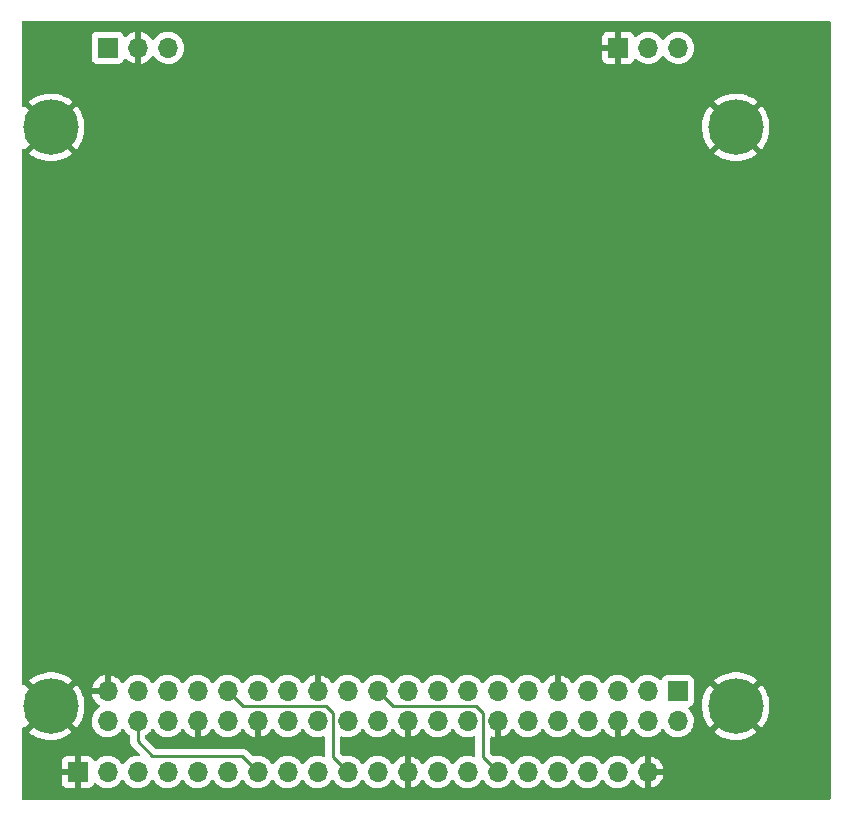
<source format=gtl>
G04 #@! TF.GenerationSoftware,KiCad,Pcbnew,(6.0.10)*
G04 #@! TF.CreationDate,2023-02-13T10:30:41+01:00*
G04 #@! TF.ProjectId,iC880A_Adapter_V1.1,69433838-3041-45f4-9164-61707465725f,rev?*
G04 #@! TF.SameCoordinates,Original*
G04 #@! TF.FileFunction,Copper,L1,Top*
G04 #@! TF.FilePolarity,Positive*
%FSLAX46Y46*%
G04 Gerber Fmt 4.6, Leading zero omitted, Abs format (unit mm)*
G04 Created by KiCad (PCBNEW (6.0.10)) date 2023-02-13 10:30:41*
%MOMM*%
%LPD*%
G01*
G04 APERTURE LIST*
G04 #@! TA.AperFunction,ComponentPad*
%ADD10R,1.700000X1.700000*%
G04 #@! TD*
G04 #@! TA.AperFunction,ComponentPad*
%ADD11O,1.700000X1.700000*%
G04 #@! TD*
G04 #@! TA.AperFunction,ComponentPad*
%ADD12C,4.700000*%
G04 #@! TD*
G04 #@! TA.AperFunction,Conductor*
%ADD13C,0.250000*%
G04 #@! TD*
G04 APERTURE END LIST*
D10*
X84320400Y-130463600D03*
D11*
X86860400Y-130463600D03*
X89400400Y-130463600D03*
D10*
X127534000Y-130461000D03*
D11*
X130074000Y-130461000D03*
X132614000Y-130461000D03*
D10*
X81767920Y-191786680D03*
D11*
X84307920Y-191786680D03*
X86847920Y-191786680D03*
X89387920Y-191786680D03*
X91927920Y-191786680D03*
X94467920Y-191786680D03*
X97007920Y-191786680D03*
X99547920Y-191786680D03*
X102087920Y-191786680D03*
X104627920Y-191786680D03*
X107167920Y-191786680D03*
X109707920Y-191786680D03*
X112247920Y-191786680D03*
X114787920Y-191786680D03*
X117327920Y-191786680D03*
X119867920Y-191786680D03*
X122407920Y-191786680D03*
X124947920Y-191786680D03*
X127487920Y-191786680D03*
X130027920Y-191786680D03*
D12*
X137479920Y-137206680D03*
X79479920Y-137206680D03*
X137479920Y-186206680D03*
X79479920Y-186206680D03*
D10*
X132567920Y-184928680D03*
D11*
X132567920Y-187468680D03*
X130027920Y-184928680D03*
X130027920Y-187468680D03*
X127487920Y-184928680D03*
X127487920Y-187468680D03*
X124947920Y-184928680D03*
X124947920Y-187468680D03*
X122407920Y-184928680D03*
X122407920Y-187468680D03*
X119867920Y-184928680D03*
X119867920Y-187468680D03*
X117327920Y-184928680D03*
X117327920Y-187468680D03*
X114787920Y-184928680D03*
X114787920Y-187468680D03*
X112247920Y-184928680D03*
X112247920Y-187468680D03*
X109707920Y-184928680D03*
X109707920Y-187468680D03*
X107167920Y-184928680D03*
X107167920Y-187468680D03*
X104627920Y-184928680D03*
X104627920Y-187468680D03*
X102087920Y-184928680D03*
X102087920Y-187468680D03*
X99547920Y-184928680D03*
X99547920Y-187468680D03*
X97007920Y-184928680D03*
X97007920Y-187468680D03*
X94467920Y-184928680D03*
X94467920Y-187468680D03*
X91927920Y-184928680D03*
X91927920Y-187468680D03*
X89387920Y-184928680D03*
X89387920Y-187468680D03*
X86847920Y-184928680D03*
X86847920Y-187468680D03*
X84307920Y-184928680D03*
X84307920Y-187468680D03*
D13*
X102791280Y-186206440D02*
X95745680Y-186206440D01*
X95745680Y-186206440D02*
X94467920Y-184928680D01*
X103365320Y-190524080D02*
X103365320Y-186780480D01*
X103365320Y-186780480D02*
X102791280Y-186206440D01*
X104627920Y-191786680D02*
X103365320Y-190524080D01*
X86847920Y-189175920D02*
X88105000Y-190433000D01*
X88105000Y-190433000D02*
X95654240Y-190433000D01*
X95654240Y-190433000D02*
X97007920Y-191786680D01*
X86847920Y-187524920D02*
X86847920Y-189175920D01*
X117347880Y-191786680D02*
X116085640Y-190524440D01*
X116085640Y-190524440D02*
X116085640Y-186780480D01*
X108466000Y-186206440D02*
X107188240Y-184928680D01*
X116085640Y-186780480D02*
X115511600Y-186206440D01*
X115511600Y-186206440D02*
X108466000Y-186206440D01*
G04 #@! TA.AperFunction,Conductor*
G36*
X145463541Y-128185182D02*
G01*
X145510034Y-128238838D01*
X145521420Y-128291180D01*
X145521420Y-194022180D01*
X145501418Y-194090301D01*
X145447762Y-194136794D01*
X145395420Y-194148180D01*
X77164420Y-194148180D01*
X77096299Y-194128178D01*
X77049806Y-194074522D01*
X77038420Y-194022180D01*
X77038420Y-192681349D01*
X80409921Y-192681349D01*
X80410291Y-192688170D01*
X80415815Y-192739032D01*
X80419441Y-192754284D01*
X80464596Y-192874734D01*
X80473134Y-192890329D01*
X80549635Y-192992404D01*
X80562196Y-193004965D01*
X80664271Y-193081466D01*
X80679866Y-193090004D01*
X80800314Y-193135158D01*
X80815569Y-193138785D01*
X80866434Y-193144311D01*
X80873248Y-193144680D01*
X81495805Y-193144680D01*
X81511044Y-193140205D01*
X81512249Y-193138815D01*
X81513920Y-193131132D01*
X81513920Y-193126564D01*
X82021920Y-193126564D01*
X82026395Y-193141803D01*
X82027785Y-193143008D01*
X82035468Y-193144679D01*
X82662589Y-193144679D01*
X82669410Y-193144309D01*
X82720272Y-193138785D01*
X82735524Y-193135159D01*
X82855974Y-193090004D01*
X82871569Y-193081466D01*
X82973644Y-193004965D01*
X82986205Y-192992404D01*
X83062706Y-192890329D01*
X83071244Y-192874734D01*
X83112145Y-192765632D01*
X83154787Y-192708868D01*
X83221348Y-192684168D01*
X83290697Y-192699376D01*
X83325364Y-192727364D01*
X83350785Y-192756711D01*
X83350789Y-192756715D01*
X83354170Y-192760618D01*
X83526046Y-192903312D01*
X83718920Y-193016018D01*
X83927612Y-193095710D01*
X83932680Y-193096741D01*
X83932683Y-193096742D01*
X84027782Y-193116090D01*
X84146517Y-193140247D01*
X84151692Y-193140437D01*
X84151694Y-193140437D01*
X84364593Y-193148244D01*
X84364597Y-193148244D01*
X84369757Y-193148433D01*
X84374877Y-193147777D01*
X84374879Y-193147777D01*
X84586208Y-193120705D01*
X84586209Y-193120705D01*
X84591336Y-193120048D01*
X84596286Y-193118563D01*
X84800349Y-193057341D01*
X84800354Y-193057339D01*
X84805304Y-193055854D01*
X85005914Y-192957576D01*
X85187780Y-192827853D01*
X85346016Y-192670169D01*
X85476373Y-192488757D01*
X85477696Y-192489708D01*
X85524565Y-192446537D01*
X85594500Y-192434305D01*
X85659946Y-192461824D01*
X85687795Y-192493674D01*
X85747907Y-192591768D01*
X85894170Y-192760618D01*
X86066046Y-192903312D01*
X86258920Y-193016018D01*
X86467612Y-193095710D01*
X86472680Y-193096741D01*
X86472683Y-193096742D01*
X86567782Y-193116090D01*
X86686517Y-193140247D01*
X86691692Y-193140437D01*
X86691694Y-193140437D01*
X86904593Y-193148244D01*
X86904597Y-193148244D01*
X86909757Y-193148433D01*
X86914877Y-193147777D01*
X86914879Y-193147777D01*
X87126208Y-193120705D01*
X87126209Y-193120705D01*
X87131336Y-193120048D01*
X87136286Y-193118563D01*
X87340349Y-193057341D01*
X87340354Y-193057339D01*
X87345304Y-193055854D01*
X87545914Y-192957576D01*
X87727780Y-192827853D01*
X87886016Y-192670169D01*
X88016373Y-192488757D01*
X88017696Y-192489708D01*
X88064565Y-192446537D01*
X88134500Y-192434305D01*
X88199946Y-192461824D01*
X88227795Y-192493674D01*
X88287907Y-192591768D01*
X88434170Y-192760618D01*
X88606046Y-192903312D01*
X88798920Y-193016018D01*
X89007612Y-193095710D01*
X89012680Y-193096741D01*
X89012683Y-193096742D01*
X89107782Y-193116090D01*
X89226517Y-193140247D01*
X89231692Y-193140437D01*
X89231694Y-193140437D01*
X89444593Y-193148244D01*
X89444597Y-193148244D01*
X89449757Y-193148433D01*
X89454877Y-193147777D01*
X89454879Y-193147777D01*
X89666208Y-193120705D01*
X89666209Y-193120705D01*
X89671336Y-193120048D01*
X89676286Y-193118563D01*
X89880349Y-193057341D01*
X89880354Y-193057339D01*
X89885304Y-193055854D01*
X90085914Y-192957576D01*
X90267780Y-192827853D01*
X90426016Y-192670169D01*
X90556373Y-192488757D01*
X90557696Y-192489708D01*
X90604565Y-192446537D01*
X90674500Y-192434305D01*
X90739946Y-192461824D01*
X90767795Y-192493674D01*
X90827907Y-192591768D01*
X90974170Y-192760618D01*
X91146046Y-192903312D01*
X91338920Y-193016018D01*
X91547612Y-193095710D01*
X91552680Y-193096741D01*
X91552683Y-193096742D01*
X91647782Y-193116090D01*
X91766517Y-193140247D01*
X91771692Y-193140437D01*
X91771694Y-193140437D01*
X91984593Y-193148244D01*
X91984597Y-193148244D01*
X91989757Y-193148433D01*
X91994877Y-193147777D01*
X91994879Y-193147777D01*
X92206208Y-193120705D01*
X92206209Y-193120705D01*
X92211336Y-193120048D01*
X92216286Y-193118563D01*
X92420349Y-193057341D01*
X92420354Y-193057339D01*
X92425304Y-193055854D01*
X92625914Y-192957576D01*
X92807780Y-192827853D01*
X92966016Y-192670169D01*
X93096373Y-192488757D01*
X93097696Y-192489708D01*
X93144565Y-192446537D01*
X93214500Y-192434305D01*
X93279946Y-192461824D01*
X93307795Y-192493674D01*
X93367907Y-192591768D01*
X93514170Y-192760618D01*
X93686046Y-192903312D01*
X93878920Y-193016018D01*
X94087612Y-193095710D01*
X94092680Y-193096741D01*
X94092683Y-193096742D01*
X94187782Y-193116090D01*
X94306517Y-193140247D01*
X94311692Y-193140437D01*
X94311694Y-193140437D01*
X94524593Y-193148244D01*
X94524597Y-193148244D01*
X94529757Y-193148433D01*
X94534877Y-193147777D01*
X94534879Y-193147777D01*
X94746208Y-193120705D01*
X94746209Y-193120705D01*
X94751336Y-193120048D01*
X94756286Y-193118563D01*
X94960349Y-193057341D01*
X94960354Y-193057339D01*
X94965304Y-193055854D01*
X95165914Y-192957576D01*
X95347780Y-192827853D01*
X95506016Y-192670169D01*
X95636373Y-192488757D01*
X95637696Y-192489708D01*
X95684565Y-192446537D01*
X95754500Y-192434305D01*
X95819946Y-192461824D01*
X95847795Y-192493674D01*
X95907907Y-192591768D01*
X96054170Y-192760618D01*
X96226046Y-192903312D01*
X96418920Y-193016018D01*
X96627612Y-193095710D01*
X96632680Y-193096741D01*
X96632683Y-193096742D01*
X96727782Y-193116090D01*
X96846517Y-193140247D01*
X96851692Y-193140437D01*
X96851694Y-193140437D01*
X97064593Y-193148244D01*
X97064597Y-193148244D01*
X97069757Y-193148433D01*
X97074877Y-193147777D01*
X97074879Y-193147777D01*
X97286208Y-193120705D01*
X97286209Y-193120705D01*
X97291336Y-193120048D01*
X97296286Y-193118563D01*
X97500349Y-193057341D01*
X97500354Y-193057339D01*
X97505304Y-193055854D01*
X97705914Y-192957576D01*
X97887780Y-192827853D01*
X98046016Y-192670169D01*
X98176373Y-192488757D01*
X98177696Y-192489708D01*
X98224565Y-192446537D01*
X98294500Y-192434305D01*
X98359946Y-192461824D01*
X98387795Y-192493674D01*
X98447907Y-192591768D01*
X98594170Y-192760618D01*
X98766046Y-192903312D01*
X98958920Y-193016018D01*
X99167612Y-193095710D01*
X99172680Y-193096741D01*
X99172683Y-193096742D01*
X99267782Y-193116090D01*
X99386517Y-193140247D01*
X99391692Y-193140437D01*
X99391694Y-193140437D01*
X99604593Y-193148244D01*
X99604597Y-193148244D01*
X99609757Y-193148433D01*
X99614877Y-193147777D01*
X99614879Y-193147777D01*
X99826208Y-193120705D01*
X99826209Y-193120705D01*
X99831336Y-193120048D01*
X99836286Y-193118563D01*
X100040349Y-193057341D01*
X100040354Y-193057339D01*
X100045304Y-193055854D01*
X100245914Y-192957576D01*
X100427780Y-192827853D01*
X100586016Y-192670169D01*
X100716373Y-192488757D01*
X100717696Y-192489708D01*
X100764565Y-192446537D01*
X100834500Y-192434305D01*
X100899946Y-192461824D01*
X100927795Y-192493674D01*
X100987907Y-192591768D01*
X101134170Y-192760618D01*
X101306046Y-192903312D01*
X101498920Y-193016018D01*
X101707612Y-193095710D01*
X101712680Y-193096741D01*
X101712683Y-193096742D01*
X101807782Y-193116090D01*
X101926517Y-193140247D01*
X101931692Y-193140437D01*
X101931694Y-193140437D01*
X102144593Y-193148244D01*
X102144597Y-193148244D01*
X102149757Y-193148433D01*
X102154877Y-193147777D01*
X102154879Y-193147777D01*
X102366208Y-193120705D01*
X102366209Y-193120705D01*
X102371336Y-193120048D01*
X102376286Y-193118563D01*
X102580349Y-193057341D01*
X102580354Y-193057339D01*
X102585304Y-193055854D01*
X102785914Y-192957576D01*
X102967780Y-192827853D01*
X103126016Y-192670169D01*
X103256373Y-192488757D01*
X103257696Y-192489708D01*
X103304565Y-192446537D01*
X103374500Y-192434305D01*
X103439946Y-192461824D01*
X103467795Y-192493674D01*
X103527907Y-192591768D01*
X103674170Y-192760618D01*
X103846046Y-192903312D01*
X104038920Y-193016018D01*
X104247612Y-193095710D01*
X104252680Y-193096741D01*
X104252683Y-193096742D01*
X104347782Y-193116090D01*
X104466517Y-193140247D01*
X104471692Y-193140437D01*
X104471694Y-193140437D01*
X104684593Y-193148244D01*
X104684597Y-193148244D01*
X104689757Y-193148433D01*
X104694877Y-193147777D01*
X104694879Y-193147777D01*
X104906208Y-193120705D01*
X104906209Y-193120705D01*
X104911336Y-193120048D01*
X104916286Y-193118563D01*
X105120349Y-193057341D01*
X105120354Y-193057339D01*
X105125304Y-193055854D01*
X105325914Y-192957576D01*
X105507780Y-192827853D01*
X105666016Y-192670169D01*
X105796373Y-192488757D01*
X105797696Y-192489708D01*
X105844565Y-192446537D01*
X105914500Y-192434305D01*
X105979946Y-192461824D01*
X106007795Y-192493674D01*
X106067907Y-192591768D01*
X106214170Y-192760618D01*
X106386046Y-192903312D01*
X106578920Y-193016018D01*
X106787612Y-193095710D01*
X106792680Y-193096741D01*
X106792683Y-193096742D01*
X106887782Y-193116090D01*
X107006517Y-193140247D01*
X107011692Y-193140437D01*
X107011694Y-193140437D01*
X107224593Y-193148244D01*
X107224597Y-193148244D01*
X107229757Y-193148433D01*
X107234877Y-193147777D01*
X107234879Y-193147777D01*
X107446208Y-193120705D01*
X107446209Y-193120705D01*
X107451336Y-193120048D01*
X107456286Y-193118563D01*
X107660349Y-193057341D01*
X107660354Y-193057339D01*
X107665304Y-193055854D01*
X107865914Y-192957576D01*
X108047780Y-192827853D01*
X108206016Y-192670169D01*
X108336373Y-192488757D01*
X108337560Y-192489610D01*
X108384880Y-192446042D01*
X108454817Y-192433825D01*
X108520258Y-192461358D01*
X108548086Y-192493191D01*
X108605614Y-192587068D01*
X108611697Y-192595379D01*
X108751133Y-192756347D01*
X108758500Y-192763563D01*
X108922354Y-192899596D01*
X108930801Y-192905511D01*
X109114676Y-193012959D01*
X109123962Y-193017409D01*
X109322921Y-193093383D01*
X109332819Y-193096259D01*
X109436170Y-193117286D01*
X109450219Y-193116090D01*
X109453920Y-193105745D01*
X109453920Y-190469782D01*
X109450002Y-190456438D01*
X109435726Y-190454451D01*
X109397244Y-190460340D01*
X109387208Y-190462731D01*
X109184788Y-190528892D01*
X109175279Y-190532889D01*
X108986383Y-190631222D01*
X108977658Y-190636716D01*
X108807353Y-190764585D01*
X108799646Y-190771428D01*
X108652510Y-190925397D01*
X108646029Y-190933402D01*
X108541418Y-191086754D01*
X108486507Y-191131756D01*
X108415982Y-191139927D01*
X108352235Y-191108673D01*
X108331538Y-191084189D01*
X108250742Y-190959297D01*
X108250740Y-190959294D01*
X108247934Y-190954957D01*
X108097590Y-190789731D01*
X108093539Y-190786532D01*
X108093535Y-190786528D01*
X107926334Y-190654480D01*
X107926330Y-190654478D01*
X107922279Y-190651278D01*
X107885948Y-190631222D01*
X107834287Y-190602704D01*
X107726709Y-190543318D01*
X107721840Y-190541594D01*
X107721836Y-190541592D01*
X107521007Y-190470475D01*
X107521003Y-190470474D01*
X107516132Y-190468749D01*
X107511039Y-190467842D01*
X107511036Y-190467841D01*
X107301293Y-190430480D01*
X107301287Y-190430479D01*
X107296204Y-190429574D01*
X107219018Y-190428631D01*
X107078001Y-190426908D01*
X107077999Y-190426908D01*
X107072831Y-190426845D01*
X106852011Y-190460635D01*
X106639676Y-190530037D01*
X106441527Y-190633187D01*
X106437394Y-190636290D01*
X106437391Y-190636292D01*
X106354370Y-190698626D01*
X106262885Y-190767315D01*
X106108549Y-190928818D01*
X106001121Y-191086301D01*
X105946213Y-191131301D01*
X105875688Y-191139472D01*
X105811941Y-191108218D01*
X105791244Y-191083734D01*
X105710742Y-190959297D01*
X105710740Y-190959294D01*
X105707934Y-190954957D01*
X105557590Y-190789731D01*
X105553539Y-190786532D01*
X105553535Y-190786528D01*
X105386334Y-190654480D01*
X105386330Y-190654478D01*
X105382279Y-190651278D01*
X105345948Y-190631222D01*
X105294287Y-190602704D01*
X105186709Y-190543318D01*
X105181840Y-190541594D01*
X105181836Y-190541592D01*
X104981007Y-190470475D01*
X104981003Y-190470474D01*
X104976132Y-190468749D01*
X104971039Y-190467842D01*
X104971036Y-190467841D01*
X104761293Y-190430480D01*
X104761287Y-190430479D01*
X104756204Y-190429574D01*
X104679018Y-190428631D01*
X104538001Y-190426908D01*
X104537999Y-190426908D01*
X104532831Y-190426845D01*
X104312011Y-190460635D01*
X104300648Y-190464349D01*
X104299452Y-190464740D01*
X104228488Y-190466890D01*
X104171214Y-190434069D01*
X104035725Y-190298580D01*
X104001699Y-190236268D01*
X103998820Y-190209485D01*
X103998820Y-188865695D01*
X104018822Y-188797574D01*
X104072478Y-188751081D01*
X104142752Y-188740977D01*
X104169769Y-188747985D01*
X104241518Y-188775383D01*
X104247612Y-188777710D01*
X104252680Y-188778741D01*
X104252683Y-188778742D01*
X104345246Y-188797574D01*
X104466517Y-188822247D01*
X104471692Y-188822437D01*
X104471694Y-188822437D01*
X104684593Y-188830244D01*
X104684597Y-188830244D01*
X104689757Y-188830433D01*
X104694877Y-188829777D01*
X104694879Y-188829777D01*
X104906208Y-188802705D01*
X104906209Y-188802705D01*
X104911336Y-188802048D01*
X104916286Y-188800563D01*
X105120349Y-188739341D01*
X105120354Y-188739339D01*
X105125304Y-188737854D01*
X105325914Y-188639576D01*
X105507780Y-188509853D01*
X105666016Y-188352169D01*
X105725514Y-188269369D01*
X105796373Y-188170757D01*
X105797696Y-188171708D01*
X105844565Y-188128537D01*
X105914500Y-188116305D01*
X105979946Y-188143824D01*
X106007795Y-188175674D01*
X106067907Y-188273768D01*
X106214170Y-188442618D01*
X106386046Y-188585312D01*
X106578920Y-188698018D01*
X106787612Y-188777710D01*
X106792680Y-188778741D01*
X106792683Y-188778742D01*
X106885246Y-188797574D01*
X107006517Y-188822247D01*
X107011692Y-188822437D01*
X107011694Y-188822437D01*
X107224593Y-188830244D01*
X107224597Y-188830244D01*
X107229757Y-188830433D01*
X107234877Y-188829777D01*
X107234879Y-188829777D01*
X107446208Y-188802705D01*
X107446209Y-188802705D01*
X107451336Y-188802048D01*
X107456286Y-188800563D01*
X107660349Y-188739341D01*
X107660354Y-188739339D01*
X107665304Y-188737854D01*
X107865914Y-188639576D01*
X108047780Y-188509853D01*
X108206016Y-188352169D01*
X108265514Y-188269369D01*
X108336373Y-188170757D01*
X108337560Y-188171610D01*
X108384880Y-188128042D01*
X108454817Y-188115825D01*
X108520258Y-188143358D01*
X108548086Y-188175191D01*
X108605614Y-188269068D01*
X108611697Y-188277379D01*
X108751133Y-188438347D01*
X108758500Y-188445563D01*
X108922354Y-188581596D01*
X108930801Y-188587511D01*
X109114676Y-188694959D01*
X109123962Y-188699409D01*
X109322921Y-188775383D01*
X109332819Y-188778259D01*
X109436170Y-188799286D01*
X109450219Y-188798090D01*
X109453920Y-188787745D01*
X109453920Y-187340680D01*
X109473922Y-187272559D01*
X109527578Y-187226066D01*
X109579920Y-187214680D01*
X109835920Y-187214680D01*
X109904041Y-187234682D01*
X109950534Y-187288338D01*
X109961920Y-187340680D01*
X109961920Y-188787197D01*
X109965984Y-188801039D01*
X109979398Y-188803073D01*
X109986104Y-188802214D01*
X109996182Y-188800072D01*
X110200175Y-188738871D01*
X110209762Y-188735113D01*
X110401015Y-188641419D01*
X110409865Y-188636144D01*
X110583248Y-188512472D01*
X110591120Y-188505819D01*
X110741972Y-188355492D01*
X110748650Y-188347645D01*
X110875942Y-188170499D01*
X110877199Y-188171402D01*
X110924293Y-188128042D01*
X110994231Y-188115825D01*
X111059671Y-188143358D01*
X111087499Y-188175191D01*
X111147907Y-188273768D01*
X111294170Y-188442618D01*
X111466046Y-188585312D01*
X111658920Y-188698018D01*
X111867612Y-188777710D01*
X111872680Y-188778741D01*
X111872683Y-188778742D01*
X111965246Y-188797574D01*
X112086517Y-188822247D01*
X112091692Y-188822437D01*
X112091694Y-188822437D01*
X112304593Y-188830244D01*
X112304597Y-188830244D01*
X112309757Y-188830433D01*
X112314877Y-188829777D01*
X112314879Y-188829777D01*
X112526208Y-188802705D01*
X112526209Y-188802705D01*
X112531336Y-188802048D01*
X112536286Y-188800563D01*
X112740349Y-188739341D01*
X112740354Y-188739339D01*
X112745304Y-188737854D01*
X112945914Y-188639576D01*
X113127780Y-188509853D01*
X113286016Y-188352169D01*
X113345514Y-188269369D01*
X113416373Y-188170757D01*
X113417696Y-188171708D01*
X113464565Y-188128537D01*
X113534500Y-188116305D01*
X113599946Y-188143824D01*
X113627795Y-188175674D01*
X113687907Y-188273768D01*
X113834170Y-188442618D01*
X114006046Y-188585312D01*
X114198920Y-188698018D01*
X114407612Y-188777710D01*
X114412680Y-188778741D01*
X114412683Y-188778742D01*
X114505246Y-188797574D01*
X114626517Y-188822247D01*
X114631692Y-188822437D01*
X114631694Y-188822437D01*
X114844593Y-188830244D01*
X114844597Y-188830244D01*
X114849757Y-188830433D01*
X114854877Y-188829777D01*
X114854879Y-188829777D01*
X115066208Y-188802705D01*
X115066209Y-188802705D01*
X115071336Y-188802048D01*
X115077923Y-188800072D01*
X115285304Y-188737854D01*
X115285628Y-188738934D01*
X115350881Y-188733179D01*
X115413748Y-188766168D01*
X115448800Y-188827908D01*
X115452140Y-188856726D01*
X115452140Y-190402367D01*
X115432138Y-190470488D01*
X115378482Y-190516981D01*
X115308208Y-190527085D01*
X115284080Y-190521140D01*
X115141007Y-190470475D01*
X115141003Y-190470474D01*
X115136132Y-190468749D01*
X115131039Y-190467842D01*
X115131036Y-190467841D01*
X114921293Y-190430480D01*
X114921287Y-190430479D01*
X114916204Y-190429574D01*
X114839018Y-190428631D01*
X114698001Y-190426908D01*
X114697999Y-190426908D01*
X114692831Y-190426845D01*
X114472011Y-190460635D01*
X114259676Y-190530037D01*
X114061527Y-190633187D01*
X114057394Y-190636290D01*
X114057391Y-190636292D01*
X113974370Y-190698626D01*
X113882885Y-190767315D01*
X113728549Y-190928818D01*
X113621121Y-191086301D01*
X113566213Y-191131301D01*
X113495688Y-191139472D01*
X113431941Y-191108218D01*
X113411244Y-191083734D01*
X113330742Y-190959297D01*
X113330740Y-190959294D01*
X113327934Y-190954957D01*
X113177590Y-190789731D01*
X113173539Y-190786532D01*
X113173535Y-190786528D01*
X113006334Y-190654480D01*
X113006330Y-190654478D01*
X113002279Y-190651278D01*
X112965948Y-190631222D01*
X112914287Y-190602704D01*
X112806709Y-190543318D01*
X112801840Y-190541594D01*
X112801836Y-190541592D01*
X112601007Y-190470475D01*
X112601003Y-190470474D01*
X112596132Y-190468749D01*
X112591039Y-190467842D01*
X112591036Y-190467841D01*
X112381293Y-190430480D01*
X112381287Y-190430479D01*
X112376204Y-190429574D01*
X112299018Y-190428631D01*
X112158001Y-190426908D01*
X112157999Y-190426908D01*
X112152831Y-190426845D01*
X111932011Y-190460635D01*
X111719676Y-190530037D01*
X111521527Y-190633187D01*
X111517394Y-190636290D01*
X111517391Y-190636292D01*
X111434370Y-190698626D01*
X111342885Y-190767315D01*
X111188549Y-190928818D01*
X111081124Y-191086298D01*
X111080818Y-191086746D01*
X111025907Y-191131749D01*
X110955382Y-191139920D01*
X110891635Y-191108666D01*
X110870938Y-191084182D01*
X110790346Y-190959606D01*
X110784056Y-190951437D01*
X110640726Y-190793920D01*
X110633193Y-190786895D01*
X110466059Y-190654902D01*
X110457472Y-190649197D01*
X110271037Y-190546279D01*
X110261625Y-190542049D01*
X110060879Y-190470960D01*
X110050908Y-190468326D01*
X109979757Y-190455652D01*
X109966460Y-190457112D01*
X109961920Y-190471669D01*
X109961920Y-193105197D01*
X109965984Y-193119039D01*
X109979398Y-193121073D01*
X109986104Y-193120214D01*
X109996182Y-193118072D01*
X110200175Y-193056871D01*
X110209762Y-193053113D01*
X110401015Y-192959419D01*
X110409865Y-192954144D01*
X110583248Y-192830472D01*
X110591120Y-192823819D01*
X110741972Y-192673492D01*
X110748650Y-192665645D01*
X110875942Y-192488499D01*
X110877199Y-192489402D01*
X110924293Y-192446042D01*
X110994231Y-192433825D01*
X111059671Y-192461358D01*
X111087499Y-192493191D01*
X111147907Y-192591768D01*
X111294170Y-192760618D01*
X111466046Y-192903312D01*
X111658920Y-193016018D01*
X111867612Y-193095710D01*
X111872680Y-193096741D01*
X111872683Y-193096742D01*
X111967782Y-193116090D01*
X112086517Y-193140247D01*
X112091692Y-193140437D01*
X112091694Y-193140437D01*
X112304593Y-193148244D01*
X112304597Y-193148244D01*
X112309757Y-193148433D01*
X112314877Y-193147777D01*
X112314879Y-193147777D01*
X112526208Y-193120705D01*
X112526209Y-193120705D01*
X112531336Y-193120048D01*
X112536286Y-193118563D01*
X112740349Y-193057341D01*
X112740354Y-193057339D01*
X112745304Y-193055854D01*
X112945914Y-192957576D01*
X113127780Y-192827853D01*
X113286016Y-192670169D01*
X113416373Y-192488757D01*
X113417696Y-192489708D01*
X113464565Y-192446537D01*
X113534500Y-192434305D01*
X113599946Y-192461824D01*
X113627795Y-192493674D01*
X113687907Y-192591768D01*
X113834170Y-192760618D01*
X114006046Y-192903312D01*
X114198920Y-193016018D01*
X114407612Y-193095710D01*
X114412680Y-193096741D01*
X114412683Y-193096742D01*
X114507782Y-193116090D01*
X114626517Y-193140247D01*
X114631692Y-193140437D01*
X114631694Y-193140437D01*
X114844593Y-193148244D01*
X114844597Y-193148244D01*
X114849757Y-193148433D01*
X114854877Y-193147777D01*
X114854879Y-193147777D01*
X115066208Y-193120705D01*
X115066209Y-193120705D01*
X115071336Y-193120048D01*
X115076286Y-193118563D01*
X115280349Y-193057341D01*
X115280354Y-193057339D01*
X115285304Y-193055854D01*
X115485914Y-192957576D01*
X115667780Y-192827853D01*
X115826016Y-192670169D01*
X115956373Y-192488757D01*
X115957696Y-192489708D01*
X116004565Y-192446537D01*
X116074500Y-192434305D01*
X116139946Y-192461824D01*
X116167795Y-192493674D01*
X116227907Y-192591768D01*
X116374170Y-192760618D01*
X116546046Y-192903312D01*
X116738920Y-193016018D01*
X116947612Y-193095710D01*
X116952680Y-193096741D01*
X116952683Y-193096742D01*
X117047782Y-193116090D01*
X117166517Y-193140247D01*
X117171692Y-193140437D01*
X117171694Y-193140437D01*
X117384593Y-193148244D01*
X117384597Y-193148244D01*
X117389757Y-193148433D01*
X117394877Y-193147777D01*
X117394879Y-193147777D01*
X117606208Y-193120705D01*
X117606209Y-193120705D01*
X117611336Y-193120048D01*
X117616286Y-193118563D01*
X117820349Y-193057341D01*
X117820354Y-193057339D01*
X117825304Y-193055854D01*
X118025914Y-192957576D01*
X118207780Y-192827853D01*
X118366016Y-192670169D01*
X118496373Y-192488757D01*
X118497696Y-192489708D01*
X118544565Y-192446537D01*
X118614500Y-192434305D01*
X118679946Y-192461824D01*
X118707795Y-192493674D01*
X118767907Y-192591768D01*
X118914170Y-192760618D01*
X119086046Y-192903312D01*
X119278920Y-193016018D01*
X119487612Y-193095710D01*
X119492680Y-193096741D01*
X119492683Y-193096742D01*
X119587782Y-193116090D01*
X119706517Y-193140247D01*
X119711692Y-193140437D01*
X119711694Y-193140437D01*
X119924593Y-193148244D01*
X119924597Y-193148244D01*
X119929757Y-193148433D01*
X119934877Y-193147777D01*
X119934879Y-193147777D01*
X120146208Y-193120705D01*
X120146209Y-193120705D01*
X120151336Y-193120048D01*
X120156286Y-193118563D01*
X120360349Y-193057341D01*
X120360354Y-193057339D01*
X120365304Y-193055854D01*
X120565914Y-192957576D01*
X120747780Y-192827853D01*
X120906016Y-192670169D01*
X121036373Y-192488757D01*
X121037696Y-192489708D01*
X121084565Y-192446537D01*
X121154500Y-192434305D01*
X121219946Y-192461824D01*
X121247795Y-192493674D01*
X121307907Y-192591768D01*
X121454170Y-192760618D01*
X121626046Y-192903312D01*
X121818920Y-193016018D01*
X122027612Y-193095710D01*
X122032680Y-193096741D01*
X122032683Y-193096742D01*
X122127782Y-193116090D01*
X122246517Y-193140247D01*
X122251692Y-193140437D01*
X122251694Y-193140437D01*
X122464593Y-193148244D01*
X122464597Y-193148244D01*
X122469757Y-193148433D01*
X122474877Y-193147777D01*
X122474879Y-193147777D01*
X122686208Y-193120705D01*
X122686209Y-193120705D01*
X122691336Y-193120048D01*
X122696286Y-193118563D01*
X122900349Y-193057341D01*
X122900354Y-193057339D01*
X122905304Y-193055854D01*
X123105914Y-192957576D01*
X123287780Y-192827853D01*
X123446016Y-192670169D01*
X123576373Y-192488757D01*
X123577696Y-192489708D01*
X123624565Y-192446537D01*
X123694500Y-192434305D01*
X123759946Y-192461824D01*
X123787795Y-192493674D01*
X123847907Y-192591768D01*
X123994170Y-192760618D01*
X124166046Y-192903312D01*
X124358920Y-193016018D01*
X124567612Y-193095710D01*
X124572680Y-193096741D01*
X124572683Y-193096742D01*
X124667782Y-193116090D01*
X124786517Y-193140247D01*
X124791692Y-193140437D01*
X124791694Y-193140437D01*
X125004593Y-193148244D01*
X125004597Y-193148244D01*
X125009757Y-193148433D01*
X125014877Y-193147777D01*
X125014879Y-193147777D01*
X125226208Y-193120705D01*
X125226209Y-193120705D01*
X125231336Y-193120048D01*
X125236286Y-193118563D01*
X125440349Y-193057341D01*
X125440354Y-193057339D01*
X125445304Y-193055854D01*
X125645914Y-192957576D01*
X125827780Y-192827853D01*
X125986016Y-192670169D01*
X126116373Y-192488757D01*
X126117696Y-192489708D01*
X126164565Y-192446537D01*
X126234500Y-192434305D01*
X126299946Y-192461824D01*
X126327795Y-192493674D01*
X126387907Y-192591768D01*
X126534170Y-192760618D01*
X126706046Y-192903312D01*
X126898920Y-193016018D01*
X127107612Y-193095710D01*
X127112680Y-193096741D01*
X127112683Y-193096742D01*
X127207782Y-193116090D01*
X127326517Y-193140247D01*
X127331692Y-193140437D01*
X127331694Y-193140437D01*
X127544593Y-193148244D01*
X127544597Y-193148244D01*
X127549757Y-193148433D01*
X127554877Y-193147777D01*
X127554879Y-193147777D01*
X127766208Y-193120705D01*
X127766209Y-193120705D01*
X127771336Y-193120048D01*
X127776286Y-193118563D01*
X127980349Y-193057341D01*
X127980354Y-193057339D01*
X127985304Y-193055854D01*
X128185914Y-192957576D01*
X128367780Y-192827853D01*
X128526016Y-192670169D01*
X128656373Y-192488757D01*
X128657560Y-192489610D01*
X128704880Y-192446042D01*
X128774817Y-192433825D01*
X128840258Y-192461358D01*
X128868086Y-192493191D01*
X128925614Y-192587068D01*
X128931697Y-192595379D01*
X129071133Y-192756347D01*
X129078500Y-192763563D01*
X129242354Y-192899596D01*
X129250801Y-192905511D01*
X129434676Y-193012959D01*
X129443962Y-193017409D01*
X129642921Y-193093383D01*
X129652819Y-193096259D01*
X129756170Y-193117286D01*
X129770219Y-193116090D01*
X129773920Y-193105745D01*
X129773920Y-193105197D01*
X130281920Y-193105197D01*
X130285984Y-193119039D01*
X130299398Y-193121073D01*
X130306104Y-193120214D01*
X130316182Y-193118072D01*
X130520175Y-193056871D01*
X130529762Y-193053113D01*
X130721015Y-192959419D01*
X130729865Y-192954144D01*
X130903248Y-192830472D01*
X130911120Y-192823819D01*
X131061972Y-192673492D01*
X131068650Y-192665645D01*
X131192923Y-192492700D01*
X131198233Y-192483863D01*
X131292590Y-192292947D01*
X131296389Y-192283352D01*
X131358297Y-192079590D01*
X131360475Y-192069517D01*
X131361906Y-192058642D01*
X131359695Y-192044458D01*
X131346537Y-192040680D01*
X130300035Y-192040680D01*
X130284796Y-192045155D01*
X130283591Y-192046545D01*
X130281920Y-192054228D01*
X130281920Y-193105197D01*
X129773920Y-193105197D01*
X129773920Y-191514565D01*
X130281920Y-191514565D01*
X130286395Y-191529804D01*
X130287785Y-191531009D01*
X130295468Y-191532680D01*
X131346264Y-191532680D01*
X131359795Y-191528707D01*
X131361100Y-191519627D01*
X131319134Y-191352555D01*
X131315814Y-191342804D01*
X131230892Y-191147494D01*
X131226025Y-191138419D01*
X131110346Y-190959606D01*
X131104056Y-190951437D01*
X130960726Y-190793920D01*
X130953193Y-190786895D01*
X130786059Y-190654902D01*
X130777472Y-190649197D01*
X130591037Y-190546279D01*
X130581625Y-190542049D01*
X130380879Y-190470960D01*
X130370908Y-190468326D01*
X130299757Y-190455652D01*
X130286460Y-190457112D01*
X130281920Y-190471669D01*
X130281920Y-191514565D01*
X129773920Y-191514565D01*
X129773920Y-190469782D01*
X129770002Y-190456438D01*
X129755726Y-190454451D01*
X129717244Y-190460340D01*
X129707208Y-190462731D01*
X129504788Y-190528892D01*
X129495279Y-190532889D01*
X129306383Y-190631222D01*
X129297658Y-190636716D01*
X129127353Y-190764585D01*
X129119646Y-190771428D01*
X128972510Y-190925397D01*
X128966029Y-190933402D01*
X128861418Y-191086754D01*
X128806507Y-191131756D01*
X128735982Y-191139927D01*
X128672235Y-191108673D01*
X128651538Y-191084189D01*
X128570742Y-190959297D01*
X128570740Y-190959294D01*
X128567934Y-190954957D01*
X128417590Y-190789731D01*
X128413539Y-190786532D01*
X128413535Y-190786528D01*
X128246334Y-190654480D01*
X128246330Y-190654478D01*
X128242279Y-190651278D01*
X128205948Y-190631222D01*
X128154287Y-190602704D01*
X128046709Y-190543318D01*
X128041840Y-190541594D01*
X128041836Y-190541592D01*
X127841007Y-190470475D01*
X127841003Y-190470474D01*
X127836132Y-190468749D01*
X127831039Y-190467842D01*
X127831036Y-190467841D01*
X127621293Y-190430480D01*
X127621287Y-190430479D01*
X127616204Y-190429574D01*
X127539018Y-190428631D01*
X127398001Y-190426908D01*
X127397999Y-190426908D01*
X127392831Y-190426845D01*
X127172011Y-190460635D01*
X126959676Y-190530037D01*
X126761527Y-190633187D01*
X126757394Y-190636290D01*
X126757391Y-190636292D01*
X126674370Y-190698626D01*
X126582885Y-190767315D01*
X126428549Y-190928818D01*
X126321121Y-191086301D01*
X126266213Y-191131301D01*
X126195688Y-191139472D01*
X126131941Y-191108218D01*
X126111244Y-191083734D01*
X126030742Y-190959297D01*
X126030740Y-190959294D01*
X126027934Y-190954957D01*
X125877590Y-190789731D01*
X125873539Y-190786532D01*
X125873535Y-190786528D01*
X125706334Y-190654480D01*
X125706330Y-190654478D01*
X125702279Y-190651278D01*
X125665948Y-190631222D01*
X125614287Y-190602704D01*
X125506709Y-190543318D01*
X125501840Y-190541594D01*
X125501836Y-190541592D01*
X125301007Y-190470475D01*
X125301003Y-190470474D01*
X125296132Y-190468749D01*
X125291039Y-190467842D01*
X125291036Y-190467841D01*
X125081293Y-190430480D01*
X125081287Y-190430479D01*
X125076204Y-190429574D01*
X124999018Y-190428631D01*
X124858001Y-190426908D01*
X124857999Y-190426908D01*
X124852831Y-190426845D01*
X124632011Y-190460635D01*
X124419676Y-190530037D01*
X124221527Y-190633187D01*
X124217394Y-190636290D01*
X124217391Y-190636292D01*
X124134370Y-190698626D01*
X124042885Y-190767315D01*
X123888549Y-190928818D01*
X123781121Y-191086301D01*
X123726213Y-191131301D01*
X123655688Y-191139472D01*
X123591941Y-191108218D01*
X123571244Y-191083734D01*
X123490742Y-190959297D01*
X123490740Y-190959294D01*
X123487934Y-190954957D01*
X123337590Y-190789731D01*
X123333539Y-190786532D01*
X123333535Y-190786528D01*
X123166334Y-190654480D01*
X123166330Y-190654478D01*
X123162279Y-190651278D01*
X123125948Y-190631222D01*
X123074287Y-190602704D01*
X122966709Y-190543318D01*
X122961840Y-190541594D01*
X122961836Y-190541592D01*
X122761007Y-190470475D01*
X122761003Y-190470474D01*
X122756132Y-190468749D01*
X122751039Y-190467842D01*
X122751036Y-190467841D01*
X122541293Y-190430480D01*
X122541287Y-190430479D01*
X122536204Y-190429574D01*
X122459018Y-190428631D01*
X122318001Y-190426908D01*
X122317999Y-190426908D01*
X122312831Y-190426845D01*
X122092011Y-190460635D01*
X121879676Y-190530037D01*
X121681527Y-190633187D01*
X121677394Y-190636290D01*
X121677391Y-190636292D01*
X121594370Y-190698626D01*
X121502885Y-190767315D01*
X121348549Y-190928818D01*
X121241121Y-191086301D01*
X121186213Y-191131301D01*
X121115688Y-191139472D01*
X121051941Y-191108218D01*
X121031244Y-191083734D01*
X120950742Y-190959297D01*
X120950740Y-190959294D01*
X120947934Y-190954957D01*
X120797590Y-190789731D01*
X120793539Y-190786532D01*
X120793535Y-190786528D01*
X120626334Y-190654480D01*
X120626330Y-190654478D01*
X120622279Y-190651278D01*
X120585948Y-190631222D01*
X120534287Y-190602704D01*
X120426709Y-190543318D01*
X120421840Y-190541594D01*
X120421836Y-190541592D01*
X120221007Y-190470475D01*
X120221003Y-190470474D01*
X120216132Y-190468749D01*
X120211039Y-190467842D01*
X120211036Y-190467841D01*
X120001293Y-190430480D01*
X120001287Y-190430479D01*
X119996204Y-190429574D01*
X119919018Y-190428631D01*
X119778001Y-190426908D01*
X119777999Y-190426908D01*
X119772831Y-190426845D01*
X119552011Y-190460635D01*
X119339676Y-190530037D01*
X119141527Y-190633187D01*
X119137394Y-190636290D01*
X119137391Y-190636292D01*
X119054370Y-190698626D01*
X118962885Y-190767315D01*
X118808549Y-190928818D01*
X118701121Y-191086301D01*
X118646213Y-191131301D01*
X118575688Y-191139472D01*
X118511941Y-191108218D01*
X118491244Y-191083734D01*
X118410742Y-190959297D01*
X118410740Y-190959294D01*
X118407934Y-190954957D01*
X118257590Y-190789731D01*
X118253539Y-190786532D01*
X118253535Y-190786528D01*
X118086334Y-190654480D01*
X118086330Y-190654478D01*
X118082279Y-190651278D01*
X118045948Y-190631222D01*
X117994287Y-190602704D01*
X117886709Y-190543318D01*
X117881840Y-190541594D01*
X117881836Y-190541592D01*
X117681007Y-190470475D01*
X117681003Y-190470474D01*
X117676132Y-190468749D01*
X117671039Y-190467842D01*
X117671036Y-190467841D01*
X117461293Y-190430480D01*
X117461287Y-190430479D01*
X117456204Y-190429574D01*
X117379018Y-190428631D01*
X117238001Y-190426908D01*
X117237999Y-190426908D01*
X117232831Y-190426845D01*
X117012011Y-190460635D01*
X117007093Y-190462242D01*
X117004727Y-190462806D01*
X116933825Y-190459133D01*
X116886435Y-190429330D01*
X116756045Y-190298940D01*
X116722019Y-190236628D01*
X116719140Y-190209845D01*
X116719140Y-188872919D01*
X116739142Y-188804798D01*
X116792798Y-188758305D01*
X116863072Y-188748201D01*
X116890088Y-188755209D01*
X116942916Y-188775382D01*
X116952819Y-188778259D01*
X117056170Y-188799286D01*
X117070219Y-188798090D01*
X117073920Y-188787745D01*
X117073920Y-187340680D01*
X117093922Y-187272559D01*
X117147578Y-187226066D01*
X117199920Y-187214680D01*
X117455920Y-187214680D01*
X117524041Y-187234682D01*
X117570534Y-187288338D01*
X117581920Y-187340680D01*
X117581920Y-188787197D01*
X117585984Y-188801039D01*
X117599398Y-188803073D01*
X117606104Y-188802214D01*
X117616182Y-188800072D01*
X117820175Y-188738871D01*
X117829762Y-188735113D01*
X118021015Y-188641419D01*
X118029865Y-188636144D01*
X118203248Y-188512472D01*
X118211120Y-188505819D01*
X118361972Y-188355492D01*
X118368650Y-188347645D01*
X118495942Y-188170499D01*
X118497199Y-188171402D01*
X118544293Y-188128042D01*
X118614231Y-188115825D01*
X118679671Y-188143358D01*
X118707499Y-188175191D01*
X118767907Y-188273768D01*
X118914170Y-188442618D01*
X119086046Y-188585312D01*
X119278920Y-188698018D01*
X119487612Y-188777710D01*
X119492680Y-188778741D01*
X119492683Y-188778742D01*
X119585246Y-188797574D01*
X119706517Y-188822247D01*
X119711692Y-188822437D01*
X119711694Y-188822437D01*
X119924593Y-188830244D01*
X119924597Y-188830244D01*
X119929757Y-188830433D01*
X119934877Y-188829777D01*
X119934879Y-188829777D01*
X120146208Y-188802705D01*
X120146209Y-188802705D01*
X120151336Y-188802048D01*
X120156286Y-188800563D01*
X120360349Y-188739341D01*
X120360354Y-188739339D01*
X120365304Y-188737854D01*
X120565914Y-188639576D01*
X120747780Y-188509853D01*
X120906016Y-188352169D01*
X120965514Y-188269369D01*
X121036373Y-188170757D01*
X121037696Y-188171708D01*
X121084565Y-188128537D01*
X121154500Y-188116305D01*
X121219946Y-188143824D01*
X121247795Y-188175674D01*
X121307907Y-188273768D01*
X121454170Y-188442618D01*
X121626046Y-188585312D01*
X121818920Y-188698018D01*
X122027612Y-188777710D01*
X122032680Y-188778741D01*
X122032683Y-188778742D01*
X122125246Y-188797574D01*
X122246517Y-188822247D01*
X122251692Y-188822437D01*
X122251694Y-188822437D01*
X122464593Y-188830244D01*
X122464597Y-188830244D01*
X122469757Y-188830433D01*
X122474877Y-188829777D01*
X122474879Y-188829777D01*
X122686208Y-188802705D01*
X122686209Y-188802705D01*
X122691336Y-188802048D01*
X122696286Y-188800563D01*
X122900349Y-188739341D01*
X122900354Y-188739339D01*
X122905304Y-188737854D01*
X123105914Y-188639576D01*
X123287780Y-188509853D01*
X123446016Y-188352169D01*
X123505514Y-188269369D01*
X123576373Y-188170757D01*
X123577696Y-188171708D01*
X123624565Y-188128537D01*
X123694500Y-188116305D01*
X123759946Y-188143824D01*
X123787795Y-188175674D01*
X123847907Y-188273768D01*
X123994170Y-188442618D01*
X124166046Y-188585312D01*
X124358920Y-188698018D01*
X124567612Y-188777710D01*
X124572680Y-188778741D01*
X124572683Y-188778742D01*
X124665246Y-188797574D01*
X124786517Y-188822247D01*
X124791692Y-188822437D01*
X124791694Y-188822437D01*
X125004593Y-188830244D01*
X125004597Y-188830244D01*
X125009757Y-188830433D01*
X125014877Y-188829777D01*
X125014879Y-188829777D01*
X125226208Y-188802705D01*
X125226209Y-188802705D01*
X125231336Y-188802048D01*
X125236286Y-188800563D01*
X125440349Y-188739341D01*
X125440354Y-188739339D01*
X125445304Y-188737854D01*
X125645914Y-188639576D01*
X125827780Y-188509853D01*
X125986016Y-188352169D01*
X126045514Y-188269369D01*
X126116373Y-188170757D01*
X126117560Y-188171610D01*
X126164880Y-188128042D01*
X126234817Y-188115825D01*
X126300258Y-188143358D01*
X126328086Y-188175191D01*
X126385614Y-188269068D01*
X126391697Y-188277379D01*
X126531133Y-188438347D01*
X126538500Y-188445563D01*
X126702354Y-188581596D01*
X126710801Y-188587511D01*
X126894676Y-188694959D01*
X126903962Y-188699409D01*
X127102921Y-188775383D01*
X127112819Y-188778259D01*
X127216170Y-188799286D01*
X127230219Y-188798090D01*
X127233920Y-188787745D01*
X127233920Y-187340680D01*
X127253922Y-187272559D01*
X127307578Y-187226066D01*
X127359920Y-187214680D01*
X127615920Y-187214680D01*
X127684041Y-187234682D01*
X127730534Y-187288338D01*
X127741920Y-187340680D01*
X127741920Y-188787197D01*
X127745984Y-188801039D01*
X127759398Y-188803073D01*
X127766104Y-188802214D01*
X127776182Y-188800072D01*
X127980175Y-188738871D01*
X127989762Y-188735113D01*
X128181015Y-188641419D01*
X128189865Y-188636144D01*
X128363248Y-188512472D01*
X128371120Y-188505819D01*
X128521972Y-188355492D01*
X128528650Y-188347645D01*
X128655942Y-188170499D01*
X128657199Y-188171402D01*
X128704293Y-188128042D01*
X128774231Y-188115825D01*
X128839671Y-188143358D01*
X128867499Y-188175191D01*
X128927907Y-188273768D01*
X129074170Y-188442618D01*
X129246046Y-188585312D01*
X129438920Y-188698018D01*
X129647612Y-188777710D01*
X129652680Y-188778741D01*
X129652683Y-188778742D01*
X129745246Y-188797574D01*
X129866517Y-188822247D01*
X129871692Y-188822437D01*
X129871694Y-188822437D01*
X130084593Y-188830244D01*
X130084597Y-188830244D01*
X130089757Y-188830433D01*
X130094877Y-188829777D01*
X130094879Y-188829777D01*
X130306208Y-188802705D01*
X130306209Y-188802705D01*
X130311336Y-188802048D01*
X130316286Y-188800563D01*
X130520349Y-188739341D01*
X130520354Y-188739339D01*
X130525304Y-188737854D01*
X130725914Y-188639576D01*
X130907780Y-188509853D01*
X131066016Y-188352169D01*
X131125514Y-188269369D01*
X131196373Y-188170757D01*
X131197696Y-188171708D01*
X131244565Y-188128537D01*
X131314500Y-188116305D01*
X131379946Y-188143824D01*
X131407795Y-188175674D01*
X131467907Y-188273768D01*
X131614170Y-188442618D01*
X131786046Y-188585312D01*
X131978920Y-188698018D01*
X132187612Y-188777710D01*
X132192680Y-188778741D01*
X132192683Y-188778742D01*
X132285246Y-188797574D01*
X132406517Y-188822247D01*
X132411692Y-188822437D01*
X132411694Y-188822437D01*
X132624593Y-188830244D01*
X132624597Y-188830244D01*
X132629757Y-188830433D01*
X132634877Y-188829777D01*
X132634879Y-188829777D01*
X132846208Y-188802705D01*
X132846209Y-188802705D01*
X132851336Y-188802048D01*
X132856286Y-188800563D01*
X133060349Y-188739341D01*
X133060354Y-188739339D01*
X133065304Y-188737854D01*
X133265914Y-188639576D01*
X133447780Y-188509853D01*
X133555838Y-188402172D01*
X135649969Y-188402172D01*
X135649987Y-188402425D01*
X135655901Y-188411168D01*
X135675592Y-188429085D01*
X135681224Y-188433646D01*
X135942982Y-188621738D01*
X135949112Y-188625628D01*
X136230751Y-188782386D01*
X136237271Y-188785538D01*
X136535071Y-188908891D01*
X136541922Y-188911277D01*
X136851909Y-188999579D01*
X136858998Y-189001164D01*
X137177091Y-189053254D01*
X137184297Y-189054011D01*
X137506272Y-189069195D01*
X137513522Y-189069119D01*
X137835098Y-189047197D01*
X137842307Y-189046286D01*
X138159239Y-188987546D01*
X138166269Y-188985819D01*
X138474365Y-188891036D01*
X138481142Y-188888516D01*
X138776309Y-188758947D01*
X138782749Y-188755666D01*
X139061063Y-188593032D01*
X139067096Y-188589023D01*
X139301609Y-188412946D01*
X139310063Y-188401619D01*
X139303318Y-188389289D01*
X137492730Y-186578700D01*
X137478789Y-186571088D01*
X137476954Y-186571219D01*
X137470340Y-186575470D01*
X135657583Y-188388228D01*
X135649969Y-188402172D01*
X133555838Y-188402172D01*
X133606016Y-188352169D01*
X133665514Y-188269369D01*
X133733355Y-188174957D01*
X133736373Y-188170757D01*
X133749915Y-188143358D01*
X133833056Y-187975133D01*
X133833057Y-187975131D01*
X133835350Y-187970491D01*
X133900290Y-187756749D01*
X133929449Y-187535270D01*
X133931076Y-187468680D01*
X133912772Y-187246041D01*
X133858351Y-187029382D01*
X133769274Y-186824520D01*
X133695211Y-186710036D01*
X133650742Y-186641297D01*
X133650740Y-186641294D01*
X133647934Y-186636957D01*
X133634036Y-186621683D01*
X133500718Y-186475168D01*
X133469666Y-186411322D01*
X133478061Y-186340823D01*
X133523237Y-186286055D01*
X133549681Y-186272386D01*
X133656217Y-186232447D01*
X133664625Y-186229295D01*
X133781181Y-186141941D01*
X133797334Y-186120388D01*
X134618585Y-186120388D01*
X134627022Y-186442612D01*
X134627628Y-186449828D01*
X134673046Y-186768944D01*
X134674480Y-186776055D01*
X134756276Y-187087844D01*
X134758513Y-187094727D01*
X134875599Y-187395038D01*
X134878619Y-187401636D01*
X135029452Y-187686511D01*
X135033198Y-187692696D01*
X135215776Y-187958348D01*
X135220211Y-187964067D01*
X135274981Y-188026850D01*
X135288153Y-188035253D01*
X135298004Y-188029385D01*
X137107900Y-186219490D01*
X137114277Y-186207811D01*
X137844328Y-186207811D01*
X137844459Y-186209646D01*
X137848710Y-186216260D01*
X139659696Y-188027245D01*
X139673050Y-188034537D01*
X139683022Y-188027483D01*
X139775933Y-187916361D01*
X139780249Y-187910550D01*
X139957228Y-187641127D01*
X139960842Y-187634865D01*
X140105679Y-187346888D01*
X140108552Y-187340250D01*
X140219327Y-187037544D01*
X140221423Y-187030603D01*
X140296671Y-186717175D01*
X140297955Y-186710036D01*
X140336778Y-186389218D01*
X140337202Y-186383648D01*
X140342675Y-186209477D01*
X140342602Y-186203884D01*
X140323999Y-185881253D01*
X140323167Y-185874063D01*
X140267748Y-185556520D01*
X140266093Y-185549465D01*
X140174547Y-185240413D01*
X140172090Y-185233588D01*
X140045626Y-184937097D01*
X140042405Y-184930608D01*
X139882693Y-184650604D01*
X139878761Y-184644549D01*
X139687923Y-184384755D01*
X139686680Y-184383253D01*
X139673957Y-184375687D01*
X139673351Y-184375708D01*
X139664871Y-184380940D01*
X137851940Y-186193870D01*
X137844328Y-186207811D01*
X137114277Y-186207811D01*
X137115512Y-186205549D01*
X137115381Y-186203714D01*
X137111130Y-186197100D01*
X135299138Y-184385109D01*
X135286345Y-184378123D01*
X135275591Y-184385988D01*
X135131339Y-184569960D01*
X135127204Y-184575909D01*
X134958776Y-184850758D01*
X134955365Y-184857119D01*
X134819644Y-185149506D01*
X134816976Y-185156244D01*
X134715765Y-185462276D01*
X134713889Y-185469280D01*
X134648524Y-185784917D01*
X134647467Y-185792078D01*
X134618813Y-186113135D01*
X134618585Y-186120388D01*
X133797334Y-186120388D01*
X133868535Y-186025385D01*
X133919665Y-185888996D01*
X133926420Y-185826814D01*
X133926420Y-184030546D01*
X133924671Y-184014442D01*
X135651766Y-184014442D01*
X135658161Y-184025710D01*
X137467110Y-185834660D01*
X137481051Y-185842272D01*
X137482886Y-185842141D01*
X137489500Y-185837890D01*
X139300595Y-184026794D01*
X139307987Y-184013257D01*
X139301199Y-184003555D01*
X139213557Y-183928702D01*
X139207769Y-183924309D01*
X138940234Y-183744532D01*
X138934011Y-183740852D01*
X138647563Y-183593005D01*
X138640952Y-183590062D01*
X138339427Y-183476125D01*
X138332501Y-183473954D01*
X138019877Y-183395429D01*
X138012770Y-183394073D01*
X137693193Y-183351999D01*
X137685951Y-183351468D01*
X137363679Y-183346405D01*
X137356417Y-183346709D01*
X137035681Y-183378723D01*
X137028533Y-183379855D01*
X136713590Y-183448524D01*
X136706612Y-183450472D01*
X136401647Y-183554885D01*
X136394953Y-183557617D01*
X136104010Y-183696390D01*
X136097655Y-183699884D01*
X135824614Y-183871162D01*
X135818686Y-183875374D01*
X135660236Y-184002316D01*
X135651766Y-184014442D01*
X133924671Y-184014442D01*
X133919665Y-183968364D01*
X133868535Y-183831975D01*
X133781181Y-183715419D01*
X133664625Y-183628065D01*
X133528236Y-183576935D01*
X133466054Y-183570180D01*
X131669786Y-183570180D01*
X131607604Y-183576935D01*
X131471215Y-183628065D01*
X131354659Y-183715419D01*
X131267305Y-183831975D01*
X131264153Y-183840383D01*
X131222839Y-183950587D01*
X131180197Y-184007351D01*
X131113636Y-184032051D01*
X131044287Y-184016843D01*
X131011663Y-183991156D01*
X130961071Y-183935555D01*
X130961062Y-183935546D01*
X130957590Y-183931731D01*
X130953539Y-183928532D01*
X130953535Y-183928528D01*
X130786334Y-183796480D01*
X130786330Y-183796478D01*
X130782279Y-183793278D01*
X130745948Y-183773222D01*
X130687309Y-183740852D01*
X130586709Y-183685318D01*
X130581840Y-183683594D01*
X130581836Y-183683592D01*
X130381007Y-183612475D01*
X130381003Y-183612474D01*
X130376132Y-183610749D01*
X130371039Y-183609842D01*
X130371036Y-183609841D01*
X130161293Y-183572480D01*
X130161287Y-183572479D01*
X130156204Y-183571574D01*
X130082372Y-183570672D01*
X129938001Y-183568908D01*
X129937999Y-183568908D01*
X129932831Y-183568845D01*
X129712011Y-183602635D01*
X129499676Y-183672037D01*
X129301527Y-183775187D01*
X129297394Y-183778290D01*
X129297391Y-183778292D01*
X129173700Y-183871162D01*
X129122885Y-183909315D01*
X129097461Y-183935920D01*
X129029200Y-184007351D01*
X128968549Y-184070818D01*
X128861121Y-184228301D01*
X128806213Y-184273301D01*
X128735688Y-184281472D01*
X128671941Y-184250218D01*
X128651244Y-184225734D01*
X128570742Y-184101297D01*
X128570740Y-184101294D01*
X128567934Y-184096957D01*
X128417590Y-183931731D01*
X128413539Y-183928532D01*
X128413535Y-183928528D01*
X128246334Y-183796480D01*
X128246330Y-183796478D01*
X128242279Y-183793278D01*
X128205948Y-183773222D01*
X128147309Y-183740852D01*
X128046709Y-183685318D01*
X128041840Y-183683594D01*
X128041836Y-183683592D01*
X127841007Y-183612475D01*
X127841003Y-183612474D01*
X127836132Y-183610749D01*
X127831039Y-183609842D01*
X127831036Y-183609841D01*
X127621293Y-183572480D01*
X127621287Y-183572479D01*
X127616204Y-183571574D01*
X127542372Y-183570672D01*
X127398001Y-183568908D01*
X127397999Y-183568908D01*
X127392831Y-183568845D01*
X127172011Y-183602635D01*
X126959676Y-183672037D01*
X126761527Y-183775187D01*
X126757394Y-183778290D01*
X126757391Y-183778292D01*
X126633700Y-183871162D01*
X126582885Y-183909315D01*
X126557461Y-183935920D01*
X126489200Y-184007351D01*
X126428549Y-184070818D01*
X126321121Y-184228301D01*
X126266213Y-184273301D01*
X126195688Y-184281472D01*
X126131941Y-184250218D01*
X126111244Y-184225734D01*
X126030742Y-184101297D01*
X126030740Y-184101294D01*
X126027934Y-184096957D01*
X125877590Y-183931731D01*
X125873539Y-183928532D01*
X125873535Y-183928528D01*
X125706334Y-183796480D01*
X125706330Y-183796478D01*
X125702279Y-183793278D01*
X125665948Y-183773222D01*
X125607309Y-183740852D01*
X125506709Y-183685318D01*
X125501840Y-183683594D01*
X125501836Y-183683592D01*
X125301007Y-183612475D01*
X125301003Y-183612474D01*
X125296132Y-183610749D01*
X125291039Y-183609842D01*
X125291036Y-183609841D01*
X125081293Y-183572480D01*
X125081287Y-183572479D01*
X125076204Y-183571574D01*
X125002372Y-183570672D01*
X124858001Y-183568908D01*
X124857999Y-183568908D01*
X124852831Y-183568845D01*
X124632011Y-183602635D01*
X124419676Y-183672037D01*
X124221527Y-183775187D01*
X124217394Y-183778290D01*
X124217391Y-183778292D01*
X124093700Y-183871162D01*
X124042885Y-183909315D01*
X124017461Y-183935920D01*
X123949200Y-184007351D01*
X123888549Y-184070818D01*
X123885640Y-184075083D01*
X123885634Y-184075091D01*
X123873324Y-184093137D01*
X123781124Y-184228298D01*
X123780818Y-184228746D01*
X123725907Y-184273749D01*
X123655382Y-184281920D01*
X123591635Y-184250666D01*
X123570938Y-184226182D01*
X123490346Y-184101606D01*
X123484056Y-184093437D01*
X123340726Y-183935920D01*
X123333193Y-183928895D01*
X123166059Y-183796902D01*
X123157472Y-183791197D01*
X122971037Y-183688279D01*
X122961625Y-183684049D01*
X122760879Y-183612960D01*
X122750908Y-183610326D01*
X122679757Y-183597652D01*
X122666460Y-183599112D01*
X122661920Y-183613669D01*
X122661920Y-185056680D01*
X122641918Y-185124801D01*
X122588262Y-185171294D01*
X122535920Y-185182680D01*
X122279920Y-185182680D01*
X122211799Y-185162678D01*
X122165306Y-185109022D01*
X122153920Y-185056680D01*
X122153920Y-183611782D01*
X122150002Y-183598438D01*
X122135726Y-183596451D01*
X122097244Y-183602340D01*
X122087208Y-183604731D01*
X121884788Y-183670892D01*
X121875279Y-183674889D01*
X121686383Y-183773222D01*
X121677658Y-183778716D01*
X121507353Y-183906585D01*
X121499646Y-183913428D01*
X121352510Y-184067397D01*
X121346029Y-184075402D01*
X121241418Y-184228754D01*
X121186507Y-184273756D01*
X121115982Y-184281927D01*
X121052235Y-184250673D01*
X121031538Y-184226189D01*
X120950742Y-184101297D01*
X120950740Y-184101294D01*
X120947934Y-184096957D01*
X120797590Y-183931731D01*
X120793539Y-183928532D01*
X120793535Y-183928528D01*
X120626334Y-183796480D01*
X120626330Y-183796478D01*
X120622279Y-183793278D01*
X120585948Y-183773222D01*
X120527309Y-183740852D01*
X120426709Y-183685318D01*
X120421840Y-183683594D01*
X120421836Y-183683592D01*
X120221007Y-183612475D01*
X120221003Y-183612474D01*
X120216132Y-183610749D01*
X120211039Y-183609842D01*
X120211036Y-183609841D01*
X120001293Y-183572480D01*
X120001287Y-183572479D01*
X119996204Y-183571574D01*
X119922372Y-183570672D01*
X119778001Y-183568908D01*
X119777999Y-183568908D01*
X119772831Y-183568845D01*
X119552011Y-183602635D01*
X119339676Y-183672037D01*
X119141527Y-183775187D01*
X119137394Y-183778290D01*
X119137391Y-183778292D01*
X119013700Y-183871162D01*
X118962885Y-183909315D01*
X118937461Y-183935920D01*
X118869200Y-184007351D01*
X118808549Y-184070818D01*
X118701121Y-184228301D01*
X118646213Y-184273301D01*
X118575688Y-184281472D01*
X118511941Y-184250218D01*
X118491244Y-184225734D01*
X118410742Y-184101297D01*
X118410740Y-184101294D01*
X118407934Y-184096957D01*
X118257590Y-183931731D01*
X118253539Y-183928532D01*
X118253535Y-183928528D01*
X118086334Y-183796480D01*
X118086330Y-183796478D01*
X118082279Y-183793278D01*
X118045948Y-183773222D01*
X117987309Y-183740852D01*
X117886709Y-183685318D01*
X117881840Y-183683594D01*
X117881836Y-183683592D01*
X117681007Y-183612475D01*
X117681003Y-183612474D01*
X117676132Y-183610749D01*
X117671039Y-183609842D01*
X117671036Y-183609841D01*
X117461293Y-183572480D01*
X117461287Y-183572479D01*
X117456204Y-183571574D01*
X117382372Y-183570672D01*
X117238001Y-183568908D01*
X117237999Y-183568908D01*
X117232831Y-183568845D01*
X117012011Y-183602635D01*
X116799676Y-183672037D01*
X116601527Y-183775187D01*
X116597394Y-183778290D01*
X116597391Y-183778292D01*
X116473700Y-183871162D01*
X116422885Y-183909315D01*
X116397461Y-183935920D01*
X116329200Y-184007351D01*
X116268549Y-184070818D01*
X116161121Y-184228301D01*
X116106213Y-184273301D01*
X116035688Y-184281472D01*
X115971941Y-184250218D01*
X115951244Y-184225734D01*
X115870742Y-184101297D01*
X115870740Y-184101294D01*
X115867934Y-184096957D01*
X115717590Y-183931731D01*
X115713539Y-183928532D01*
X115713535Y-183928528D01*
X115546334Y-183796480D01*
X115546330Y-183796478D01*
X115542279Y-183793278D01*
X115505948Y-183773222D01*
X115447309Y-183740852D01*
X115346709Y-183685318D01*
X115341840Y-183683594D01*
X115341836Y-183683592D01*
X115141007Y-183612475D01*
X115141003Y-183612474D01*
X115136132Y-183610749D01*
X115131039Y-183609842D01*
X115131036Y-183609841D01*
X114921293Y-183572480D01*
X114921287Y-183572479D01*
X114916204Y-183571574D01*
X114842372Y-183570672D01*
X114698001Y-183568908D01*
X114697999Y-183568908D01*
X114692831Y-183568845D01*
X114472011Y-183602635D01*
X114259676Y-183672037D01*
X114061527Y-183775187D01*
X114057394Y-183778290D01*
X114057391Y-183778292D01*
X113933700Y-183871162D01*
X113882885Y-183909315D01*
X113857461Y-183935920D01*
X113789200Y-184007351D01*
X113728549Y-184070818D01*
X113621121Y-184228301D01*
X113566213Y-184273301D01*
X113495688Y-184281472D01*
X113431941Y-184250218D01*
X113411244Y-184225734D01*
X113330742Y-184101297D01*
X113330740Y-184101294D01*
X113327934Y-184096957D01*
X113177590Y-183931731D01*
X113173539Y-183928532D01*
X113173535Y-183928528D01*
X113006334Y-183796480D01*
X113006330Y-183796478D01*
X113002279Y-183793278D01*
X112965948Y-183773222D01*
X112907309Y-183740852D01*
X112806709Y-183685318D01*
X112801840Y-183683594D01*
X112801836Y-183683592D01*
X112601007Y-183612475D01*
X112601003Y-183612474D01*
X112596132Y-183610749D01*
X112591039Y-183609842D01*
X112591036Y-183609841D01*
X112381293Y-183572480D01*
X112381287Y-183572479D01*
X112376204Y-183571574D01*
X112302372Y-183570672D01*
X112158001Y-183568908D01*
X112157999Y-183568908D01*
X112152831Y-183568845D01*
X111932011Y-183602635D01*
X111719676Y-183672037D01*
X111521527Y-183775187D01*
X111517394Y-183778290D01*
X111517391Y-183778292D01*
X111393700Y-183871162D01*
X111342885Y-183909315D01*
X111317461Y-183935920D01*
X111249200Y-184007351D01*
X111188549Y-184070818D01*
X111081121Y-184228301D01*
X111026213Y-184273301D01*
X110955688Y-184281472D01*
X110891941Y-184250218D01*
X110871244Y-184225734D01*
X110790742Y-184101297D01*
X110790740Y-184101294D01*
X110787934Y-184096957D01*
X110637590Y-183931731D01*
X110633539Y-183928532D01*
X110633535Y-183928528D01*
X110466334Y-183796480D01*
X110466330Y-183796478D01*
X110462279Y-183793278D01*
X110425948Y-183773222D01*
X110367309Y-183740852D01*
X110266709Y-183685318D01*
X110261840Y-183683594D01*
X110261836Y-183683592D01*
X110061007Y-183612475D01*
X110061003Y-183612474D01*
X110056132Y-183610749D01*
X110051039Y-183609842D01*
X110051036Y-183609841D01*
X109841293Y-183572480D01*
X109841287Y-183572479D01*
X109836204Y-183571574D01*
X109762372Y-183570672D01*
X109618001Y-183568908D01*
X109617999Y-183568908D01*
X109612831Y-183568845D01*
X109392011Y-183602635D01*
X109179676Y-183672037D01*
X108981527Y-183775187D01*
X108977394Y-183778290D01*
X108977391Y-183778292D01*
X108853700Y-183871162D01*
X108802885Y-183909315D01*
X108777461Y-183935920D01*
X108709200Y-184007351D01*
X108648549Y-184070818D01*
X108541121Y-184228301D01*
X108486213Y-184273301D01*
X108415688Y-184281472D01*
X108351941Y-184250218D01*
X108331244Y-184225734D01*
X108250742Y-184101297D01*
X108250740Y-184101294D01*
X108247934Y-184096957D01*
X108097590Y-183931731D01*
X108093539Y-183928532D01*
X108093535Y-183928528D01*
X107926334Y-183796480D01*
X107926330Y-183796478D01*
X107922279Y-183793278D01*
X107885948Y-183773222D01*
X107827309Y-183740852D01*
X107726709Y-183685318D01*
X107721840Y-183683594D01*
X107721836Y-183683592D01*
X107521007Y-183612475D01*
X107521003Y-183612474D01*
X107516132Y-183610749D01*
X107511039Y-183609842D01*
X107511036Y-183609841D01*
X107301293Y-183572480D01*
X107301287Y-183572479D01*
X107296204Y-183571574D01*
X107222372Y-183570672D01*
X107078001Y-183568908D01*
X107077999Y-183568908D01*
X107072831Y-183568845D01*
X106852011Y-183602635D01*
X106639676Y-183672037D01*
X106441527Y-183775187D01*
X106437394Y-183778290D01*
X106437391Y-183778292D01*
X106313700Y-183871162D01*
X106262885Y-183909315D01*
X106237461Y-183935920D01*
X106169200Y-184007351D01*
X106108549Y-184070818D01*
X106001121Y-184228301D01*
X105946213Y-184273301D01*
X105875688Y-184281472D01*
X105811941Y-184250218D01*
X105791244Y-184225734D01*
X105710742Y-184101297D01*
X105710740Y-184101294D01*
X105707934Y-184096957D01*
X105557590Y-183931731D01*
X105553539Y-183928532D01*
X105553535Y-183928528D01*
X105386334Y-183796480D01*
X105386330Y-183796478D01*
X105382279Y-183793278D01*
X105345948Y-183773222D01*
X105287309Y-183740852D01*
X105186709Y-183685318D01*
X105181840Y-183683594D01*
X105181836Y-183683592D01*
X104981007Y-183612475D01*
X104981003Y-183612474D01*
X104976132Y-183610749D01*
X104971039Y-183609842D01*
X104971036Y-183609841D01*
X104761293Y-183572480D01*
X104761287Y-183572479D01*
X104756204Y-183571574D01*
X104682372Y-183570672D01*
X104538001Y-183568908D01*
X104537999Y-183568908D01*
X104532831Y-183568845D01*
X104312011Y-183602635D01*
X104099676Y-183672037D01*
X103901527Y-183775187D01*
X103897394Y-183778290D01*
X103897391Y-183778292D01*
X103773700Y-183871162D01*
X103722885Y-183909315D01*
X103697461Y-183935920D01*
X103629200Y-184007351D01*
X103568549Y-184070818D01*
X103565640Y-184075083D01*
X103565634Y-184075091D01*
X103553324Y-184093137D01*
X103461124Y-184228298D01*
X103460818Y-184228746D01*
X103405907Y-184273749D01*
X103335382Y-184281920D01*
X103271635Y-184250666D01*
X103250938Y-184226182D01*
X103170346Y-184101606D01*
X103164056Y-184093437D01*
X103020726Y-183935920D01*
X103013193Y-183928895D01*
X102846059Y-183796902D01*
X102837472Y-183791197D01*
X102651037Y-183688279D01*
X102641625Y-183684049D01*
X102440879Y-183612960D01*
X102430908Y-183610326D01*
X102359757Y-183597652D01*
X102346460Y-183599112D01*
X102341920Y-183613669D01*
X102341920Y-185056680D01*
X102321918Y-185124801D01*
X102268262Y-185171294D01*
X102215920Y-185182680D01*
X101959920Y-185182680D01*
X101891799Y-185162678D01*
X101845306Y-185109022D01*
X101833920Y-185056680D01*
X101833920Y-183611782D01*
X101830002Y-183598438D01*
X101815726Y-183596451D01*
X101777244Y-183602340D01*
X101767208Y-183604731D01*
X101564788Y-183670892D01*
X101555279Y-183674889D01*
X101366383Y-183773222D01*
X101357658Y-183778716D01*
X101187353Y-183906585D01*
X101179646Y-183913428D01*
X101032510Y-184067397D01*
X101026029Y-184075402D01*
X100921418Y-184228754D01*
X100866507Y-184273756D01*
X100795982Y-184281927D01*
X100732235Y-184250673D01*
X100711538Y-184226189D01*
X100630742Y-184101297D01*
X100630740Y-184101294D01*
X100627934Y-184096957D01*
X100477590Y-183931731D01*
X100473539Y-183928532D01*
X100473535Y-183928528D01*
X100306334Y-183796480D01*
X100306330Y-183796478D01*
X100302279Y-183793278D01*
X100265948Y-183773222D01*
X100207309Y-183740852D01*
X100106709Y-183685318D01*
X100101840Y-183683594D01*
X100101836Y-183683592D01*
X99901007Y-183612475D01*
X99901003Y-183612474D01*
X99896132Y-183610749D01*
X99891039Y-183609842D01*
X99891036Y-183609841D01*
X99681293Y-183572480D01*
X99681287Y-183572479D01*
X99676204Y-183571574D01*
X99602372Y-183570672D01*
X99458001Y-183568908D01*
X99457999Y-183568908D01*
X99452831Y-183568845D01*
X99232011Y-183602635D01*
X99019676Y-183672037D01*
X98821527Y-183775187D01*
X98817394Y-183778290D01*
X98817391Y-183778292D01*
X98693700Y-183871162D01*
X98642885Y-183909315D01*
X98617461Y-183935920D01*
X98549200Y-184007351D01*
X98488549Y-184070818D01*
X98381121Y-184228301D01*
X98326213Y-184273301D01*
X98255688Y-184281472D01*
X98191941Y-184250218D01*
X98171244Y-184225734D01*
X98090742Y-184101297D01*
X98090740Y-184101294D01*
X98087934Y-184096957D01*
X97937590Y-183931731D01*
X97933539Y-183928532D01*
X97933535Y-183928528D01*
X97766334Y-183796480D01*
X97766330Y-183796478D01*
X97762279Y-183793278D01*
X97725948Y-183773222D01*
X97667309Y-183740852D01*
X97566709Y-183685318D01*
X97561840Y-183683594D01*
X97561836Y-183683592D01*
X97361007Y-183612475D01*
X97361003Y-183612474D01*
X97356132Y-183610749D01*
X97351039Y-183609842D01*
X97351036Y-183609841D01*
X97141293Y-183572480D01*
X97141287Y-183572479D01*
X97136204Y-183571574D01*
X97062372Y-183570672D01*
X96918001Y-183568908D01*
X96917999Y-183568908D01*
X96912831Y-183568845D01*
X96692011Y-183602635D01*
X96479676Y-183672037D01*
X96281527Y-183775187D01*
X96277394Y-183778290D01*
X96277391Y-183778292D01*
X96153700Y-183871162D01*
X96102885Y-183909315D01*
X96077461Y-183935920D01*
X96009200Y-184007351D01*
X95948549Y-184070818D01*
X95841121Y-184228301D01*
X95786213Y-184273301D01*
X95715688Y-184281472D01*
X95651941Y-184250218D01*
X95631244Y-184225734D01*
X95550742Y-184101297D01*
X95550740Y-184101294D01*
X95547934Y-184096957D01*
X95397590Y-183931731D01*
X95393539Y-183928532D01*
X95393535Y-183928528D01*
X95226334Y-183796480D01*
X95226330Y-183796478D01*
X95222279Y-183793278D01*
X95185948Y-183773222D01*
X95127309Y-183740852D01*
X95026709Y-183685318D01*
X95021840Y-183683594D01*
X95021836Y-183683592D01*
X94821007Y-183612475D01*
X94821003Y-183612474D01*
X94816132Y-183610749D01*
X94811039Y-183609842D01*
X94811036Y-183609841D01*
X94601293Y-183572480D01*
X94601287Y-183572479D01*
X94596204Y-183571574D01*
X94522372Y-183570672D01*
X94378001Y-183568908D01*
X94377999Y-183568908D01*
X94372831Y-183568845D01*
X94152011Y-183602635D01*
X93939676Y-183672037D01*
X93741527Y-183775187D01*
X93737394Y-183778290D01*
X93737391Y-183778292D01*
X93613700Y-183871162D01*
X93562885Y-183909315D01*
X93537461Y-183935920D01*
X93469200Y-184007351D01*
X93408549Y-184070818D01*
X93301121Y-184228301D01*
X93246213Y-184273301D01*
X93175688Y-184281472D01*
X93111941Y-184250218D01*
X93091244Y-184225734D01*
X93010742Y-184101297D01*
X93010740Y-184101294D01*
X93007934Y-184096957D01*
X92857590Y-183931731D01*
X92853539Y-183928532D01*
X92853535Y-183928528D01*
X92686334Y-183796480D01*
X92686330Y-183796478D01*
X92682279Y-183793278D01*
X92645948Y-183773222D01*
X92587309Y-183740852D01*
X92486709Y-183685318D01*
X92481840Y-183683594D01*
X92481836Y-183683592D01*
X92281007Y-183612475D01*
X92281003Y-183612474D01*
X92276132Y-183610749D01*
X92271039Y-183609842D01*
X92271036Y-183609841D01*
X92061293Y-183572480D01*
X92061287Y-183572479D01*
X92056204Y-183571574D01*
X91982372Y-183570672D01*
X91838001Y-183568908D01*
X91837999Y-183568908D01*
X91832831Y-183568845D01*
X91612011Y-183602635D01*
X91399676Y-183672037D01*
X91201527Y-183775187D01*
X91197394Y-183778290D01*
X91197391Y-183778292D01*
X91073700Y-183871162D01*
X91022885Y-183909315D01*
X90997461Y-183935920D01*
X90929200Y-184007351D01*
X90868549Y-184070818D01*
X90761121Y-184228301D01*
X90706213Y-184273301D01*
X90635688Y-184281472D01*
X90571941Y-184250218D01*
X90551244Y-184225734D01*
X90470742Y-184101297D01*
X90470740Y-184101294D01*
X90467934Y-184096957D01*
X90317590Y-183931731D01*
X90313539Y-183928532D01*
X90313535Y-183928528D01*
X90146334Y-183796480D01*
X90146330Y-183796478D01*
X90142279Y-183793278D01*
X90105948Y-183773222D01*
X90047309Y-183740852D01*
X89946709Y-183685318D01*
X89941840Y-183683594D01*
X89941836Y-183683592D01*
X89741007Y-183612475D01*
X89741003Y-183612474D01*
X89736132Y-183610749D01*
X89731039Y-183609842D01*
X89731036Y-183609841D01*
X89521293Y-183572480D01*
X89521287Y-183572479D01*
X89516204Y-183571574D01*
X89442372Y-183570672D01*
X89298001Y-183568908D01*
X89297999Y-183568908D01*
X89292831Y-183568845D01*
X89072011Y-183602635D01*
X88859676Y-183672037D01*
X88661527Y-183775187D01*
X88657394Y-183778290D01*
X88657391Y-183778292D01*
X88533700Y-183871162D01*
X88482885Y-183909315D01*
X88457461Y-183935920D01*
X88389200Y-184007351D01*
X88328549Y-184070818D01*
X88221121Y-184228301D01*
X88166213Y-184273301D01*
X88095688Y-184281472D01*
X88031941Y-184250218D01*
X88011244Y-184225734D01*
X87930742Y-184101297D01*
X87930740Y-184101294D01*
X87927934Y-184096957D01*
X87777590Y-183931731D01*
X87773539Y-183928532D01*
X87773535Y-183928528D01*
X87606334Y-183796480D01*
X87606330Y-183796478D01*
X87602279Y-183793278D01*
X87565948Y-183773222D01*
X87507309Y-183740852D01*
X87406709Y-183685318D01*
X87401840Y-183683594D01*
X87401836Y-183683592D01*
X87201007Y-183612475D01*
X87201003Y-183612474D01*
X87196132Y-183610749D01*
X87191039Y-183609842D01*
X87191036Y-183609841D01*
X86981293Y-183572480D01*
X86981287Y-183572479D01*
X86976204Y-183571574D01*
X86902372Y-183570672D01*
X86758001Y-183568908D01*
X86757999Y-183568908D01*
X86752831Y-183568845D01*
X86532011Y-183602635D01*
X86319676Y-183672037D01*
X86121527Y-183775187D01*
X86117394Y-183778290D01*
X86117391Y-183778292D01*
X85993700Y-183871162D01*
X85942885Y-183909315D01*
X85917461Y-183935920D01*
X85849200Y-184007351D01*
X85788549Y-184070818D01*
X85785640Y-184075083D01*
X85785634Y-184075091D01*
X85773324Y-184093137D01*
X85681124Y-184228298D01*
X85680818Y-184228746D01*
X85625907Y-184273749D01*
X85555382Y-184281920D01*
X85491635Y-184250666D01*
X85470938Y-184226182D01*
X85390346Y-184101606D01*
X85384056Y-184093437D01*
X85240726Y-183935920D01*
X85233193Y-183928895D01*
X85066059Y-183796902D01*
X85057472Y-183791197D01*
X84871037Y-183688279D01*
X84861625Y-183684049D01*
X84660879Y-183612960D01*
X84650908Y-183610326D01*
X84579757Y-183597652D01*
X84566460Y-183599112D01*
X84561920Y-183613669D01*
X84561920Y-185056680D01*
X84541918Y-185124801D01*
X84488262Y-185171294D01*
X84435920Y-185182680D01*
X82991145Y-185182680D01*
X82977614Y-185186653D01*
X82976177Y-185196646D01*
X83006485Y-185331126D01*
X83009565Y-185340955D01*
X83089690Y-185538283D01*
X83094333Y-185547474D01*
X83205614Y-185729068D01*
X83211697Y-185737379D01*
X83351133Y-185898347D01*
X83358500Y-185905563D01*
X83522354Y-186041596D01*
X83530801Y-186047511D01*
X83599889Y-186087883D01*
X83648613Y-186139522D01*
X83661684Y-186209305D01*
X83634953Y-186275076D01*
X83594504Y-186308432D01*
X83581527Y-186315187D01*
X83577394Y-186318290D01*
X83577391Y-186318292D01*
X83407020Y-186446210D01*
X83402885Y-186449315D01*
X83248549Y-186610818D01*
X83122663Y-186795360D01*
X83028608Y-186997985D01*
X82968909Y-187213250D01*
X82945171Y-187435375D01*
X82945468Y-187440528D01*
X82945468Y-187440531D01*
X82950931Y-187535270D01*
X82958030Y-187658395D01*
X82959167Y-187663441D01*
X82959168Y-187663447D01*
X82964366Y-187686511D01*
X83007142Y-187876319D01*
X83091186Y-188083296D01*
X83141939Y-188166118D01*
X83205211Y-188269368D01*
X83207907Y-188273768D01*
X83354170Y-188442618D01*
X83526046Y-188585312D01*
X83718920Y-188698018D01*
X83927612Y-188777710D01*
X83932680Y-188778741D01*
X83932683Y-188778742D01*
X84025246Y-188797574D01*
X84146517Y-188822247D01*
X84151692Y-188822437D01*
X84151694Y-188822437D01*
X84364593Y-188830244D01*
X84364597Y-188830244D01*
X84369757Y-188830433D01*
X84374877Y-188829777D01*
X84374879Y-188829777D01*
X84586208Y-188802705D01*
X84586209Y-188802705D01*
X84591336Y-188802048D01*
X84596286Y-188800563D01*
X84800349Y-188739341D01*
X84800354Y-188739339D01*
X84805304Y-188737854D01*
X85005914Y-188639576D01*
X85187780Y-188509853D01*
X85346016Y-188352169D01*
X85405514Y-188269369D01*
X85476373Y-188170757D01*
X85477696Y-188171708D01*
X85524565Y-188128537D01*
X85594500Y-188116305D01*
X85659946Y-188143824D01*
X85687795Y-188175674D01*
X85747907Y-188273768D01*
X85894170Y-188442618D01*
X86066046Y-188585312D01*
X86151990Y-188635533D01*
X86200714Y-188687171D01*
X86214420Y-188744321D01*
X86214420Y-189097153D01*
X86213893Y-189108336D01*
X86212218Y-189115829D01*
X86212467Y-189123755D01*
X86212467Y-189123756D01*
X86214358Y-189183906D01*
X86214420Y-189187865D01*
X86214420Y-189215776D01*
X86214917Y-189219710D01*
X86214917Y-189219711D01*
X86214925Y-189219776D01*
X86215858Y-189231613D01*
X86217247Y-189275809D01*
X86222898Y-189295259D01*
X86226907Y-189314620D01*
X86229446Y-189334717D01*
X86232365Y-189342088D01*
X86232365Y-189342090D01*
X86245724Y-189375832D01*
X86249569Y-189387062D01*
X86261902Y-189429513D01*
X86265935Y-189436332D01*
X86265937Y-189436337D01*
X86272213Y-189446948D01*
X86280908Y-189464696D01*
X86288368Y-189483537D01*
X86293030Y-189489953D01*
X86293030Y-189489954D01*
X86314356Y-189519307D01*
X86320872Y-189529227D01*
X86343378Y-189567282D01*
X86357699Y-189581603D01*
X86370539Y-189596636D01*
X86382448Y-189613027D01*
X86388554Y-189618078D01*
X86416525Y-189641218D01*
X86425304Y-189649208D01*
X86989641Y-190213545D01*
X87023667Y-190275857D01*
X87018602Y-190346672D01*
X86976055Y-190403508D01*
X86909535Y-190428319D01*
X86899010Y-190428631D01*
X86832749Y-190427821D01*
X86758000Y-190426908D01*
X86757998Y-190426908D01*
X86752831Y-190426845D01*
X86532011Y-190460635D01*
X86319676Y-190530037D01*
X86121527Y-190633187D01*
X86117394Y-190636290D01*
X86117391Y-190636292D01*
X86034370Y-190698626D01*
X85942885Y-190767315D01*
X85788549Y-190928818D01*
X85681121Y-191086301D01*
X85626213Y-191131301D01*
X85555688Y-191139472D01*
X85491941Y-191108218D01*
X85471244Y-191083734D01*
X85390742Y-190959297D01*
X85390740Y-190959294D01*
X85387934Y-190954957D01*
X85237590Y-190789731D01*
X85233539Y-190786532D01*
X85233535Y-190786528D01*
X85066334Y-190654480D01*
X85066330Y-190654478D01*
X85062279Y-190651278D01*
X85025948Y-190631222D01*
X84974287Y-190602704D01*
X84866709Y-190543318D01*
X84861840Y-190541594D01*
X84861836Y-190541592D01*
X84661007Y-190470475D01*
X84661003Y-190470474D01*
X84656132Y-190468749D01*
X84651039Y-190467842D01*
X84651036Y-190467841D01*
X84441293Y-190430480D01*
X84441287Y-190430479D01*
X84436204Y-190429574D01*
X84359018Y-190428631D01*
X84218001Y-190426908D01*
X84217999Y-190426908D01*
X84212831Y-190426845D01*
X83992011Y-190460635D01*
X83779676Y-190530037D01*
X83581527Y-190633187D01*
X83577394Y-190636290D01*
X83577391Y-190636292D01*
X83494370Y-190698626D01*
X83402885Y-190767315D01*
X83399313Y-190771053D01*
X83321818Y-190852146D01*
X83260294Y-190887575D01*
X83189382Y-190884118D01*
X83131596Y-190842872D01*
X83112743Y-190809324D01*
X83071244Y-190698626D01*
X83062706Y-190683031D01*
X82986205Y-190580956D01*
X82973644Y-190568395D01*
X82871569Y-190491894D01*
X82855974Y-190483356D01*
X82735526Y-190438202D01*
X82720271Y-190434575D01*
X82669406Y-190429049D01*
X82662592Y-190428680D01*
X82040035Y-190428680D01*
X82024796Y-190433155D01*
X82023591Y-190434545D01*
X82021920Y-190442228D01*
X82021920Y-193126564D01*
X81513920Y-193126564D01*
X81513920Y-192058795D01*
X81509445Y-192043556D01*
X81508055Y-192042351D01*
X81500372Y-192040680D01*
X80428036Y-192040680D01*
X80412797Y-192045155D01*
X80411592Y-192046545D01*
X80409921Y-192054228D01*
X80409921Y-192681349D01*
X77038420Y-192681349D01*
X77038420Y-191514565D01*
X80409920Y-191514565D01*
X80414395Y-191529804D01*
X80415785Y-191531009D01*
X80423468Y-191532680D01*
X81495805Y-191532680D01*
X81511044Y-191528205D01*
X81512249Y-191526815D01*
X81513920Y-191519132D01*
X81513920Y-190446796D01*
X81509445Y-190431557D01*
X81508055Y-190430352D01*
X81500372Y-190428681D01*
X80873251Y-190428681D01*
X80866430Y-190429051D01*
X80815568Y-190434575D01*
X80800316Y-190438201D01*
X80679866Y-190483356D01*
X80664271Y-190491894D01*
X80562196Y-190568395D01*
X80549635Y-190580956D01*
X80473134Y-190683031D01*
X80464596Y-190698626D01*
X80419442Y-190819074D01*
X80415815Y-190834329D01*
X80410289Y-190885194D01*
X80409920Y-190892008D01*
X80409920Y-191514565D01*
X77038420Y-191514565D01*
X77038420Y-188402172D01*
X77649969Y-188402172D01*
X77649987Y-188402425D01*
X77655901Y-188411168D01*
X77675592Y-188429085D01*
X77681224Y-188433646D01*
X77942982Y-188621738D01*
X77949112Y-188625628D01*
X78230751Y-188782386D01*
X78237271Y-188785538D01*
X78535071Y-188908891D01*
X78541922Y-188911277D01*
X78851909Y-188999579D01*
X78858998Y-189001164D01*
X79177091Y-189053254D01*
X79184297Y-189054011D01*
X79506272Y-189069195D01*
X79513522Y-189069119D01*
X79835098Y-189047197D01*
X79842307Y-189046286D01*
X80159239Y-188987546D01*
X80166269Y-188985819D01*
X80474365Y-188891036D01*
X80481142Y-188888516D01*
X80776309Y-188758947D01*
X80782749Y-188755666D01*
X81061063Y-188593032D01*
X81067096Y-188589023D01*
X81301609Y-188412946D01*
X81310063Y-188401619D01*
X81303318Y-188389289D01*
X79492730Y-186578700D01*
X79478789Y-186571088D01*
X79476954Y-186571219D01*
X79470340Y-186575470D01*
X77657583Y-188388228D01*
X77649969Y-188402172D01*
X77038420Y-188402172D01*
X77038420Y-188091784D01*
X77058422Y-188023663D01*
X77112078Y-187977170D01*
X77182352Y-187967066D01*
X77246932Y-187996560D01*
X77259368Y-188008954D01*
X77274978Y-188026848D01*
X77288153Y-188035253D01*
X77298004Y-188029385D01*
X79107900Y-186219490D01*
X79114277Y-186207811D01*
X79844328Y-186207811D01*
X79844459Y-186209646D01*
X79848710Y-186216260D01*
X81659696Y-188027245D01*
X81673050Y-188034537D01*
X81683022Y-188027483D01*
X81775933Y-187916361D01*
X81780249Y-187910550D01*
X81957228Y-187641127D01*
X81960842Y-187634865D01*
X82105679Y-187346888D01*
X82108552Y-187340250D01*
X82219327Y-187037544D01*
X82221423Y-187030603D01*
X82296671Y-186717175D01*
X82297955Y-186710036D01*
X82336778Y-186389218D01*
X82337202Y-186383648D01*
X82342675Y-186209477D01*
X82342602Y-186203884D01*
X82323999Y-185881253D01*
X82323167Y-185874063D01*
X82267748Y-185556520D01*
X82266093Y-185549465D01*
X82174547Y-185240413D01*
X82172090Y-185233588D01*
X82045626Y-184937097D01*
X82042405Y-184930608D01*
X81889685Y-184662863D01*
X82972309Y-184662863D01*
X82973832Y-184671287D01*
X82986212Y-184674680D01*
X84035805Y-184674680D01*
X84051044Y-184670205D01*
X84052249Y-184668815D01*
X84053920Y-184661132D01*
X84053920Y-183611782D01*
X84050002Y-183598438D01*
X84035726Y-183596451D01*
X83997244Y-183602340D01*
X83987208Y-183604731D01*
X83784788Y-183670892D01*
X83775279Y-183674889D01*
X83586383Y-183773222D01*
X83577658Y-183778716D01*
X83407353Y-183906585D01*
X83399646Y-183913428D01*
X83252510Y-184067397D01*
X83246024Y-184075407D01*
X83126018Y-184251329D01*
X83120920Y-184260303D01*
X83031258Y-184453463D01*
X83027695Y-184463150D01*
X82972309Y-184662863D01*
X81889685Y-184662863D01*
X81882693Y-184650604D01*
X81878761Y-184644549D01*
X81687923Y-184384755D01*
X81686680Y-184383253D01*
X81673957Y-184375687D01*
X81673351Y-184375708D01*
X81664871Y-184380940D01*
X79851940Y-186193870D01*
X79844328Y-186207811D01*
X79114277Y-186207811D01*
X79115512Y-186205549D01*
X79115381Y-186203714D01*
X79111130Y-186197100D01*
X77299138Y-184385109D01*
X77286345Y-184378123D01*
X77275591Y-184385988D01*
X77263574Y-184401314D01*
X77205801Y-184442579D01*
X77134890Y-184446059D01*
X77073354Y-184410649D01*
X77040731Y-184347591D01*
X77038420Y-184323568D01*
X77038420Y-184014442D01*
X77651766Y-184014442D01*
X77658161Y-184025710D01*
X79467110Y-185834660D01*
X79481051Y-185842272D01*
X79482886Y-185842141D01*
X79489500Y-185837890D01*
X81300595Y-184026794D01*
X81307987Y-184013257D01*
X81301199Y-184003555D01*
X81213557Y-183928702D01*
X81207769Y-183924309D01*
X80940234Y-183744532D01*
X80934011Y-183740852D01*
X80647563Y-183593005D01*
X80640952Y-183590062D01*
X80339427Y-183476125D01*
X80332501Y-183473954D01*
X80019877Y-183395429D01*
X80012770Y-183394073D01*
X79693193Y-183351999D01*
X79685951Y-183351468D01*
X79363679Y-183346405D01*
X79356417Y-183346709D01*
X79035681Y-183378723D01*
X79028533Y-183379855D01*
X78713590Y-183448524D01*
X78706612Y-183450472D01*
X78401647Y-183554885D01*
X78394953Y-183557617D01*
X78104010Y-183696390D01*
X78097655Y-183699884D01*
X77824614Y-183871162D01*
X77818686Y-183875374D01*
X77660236Y-184002316D01*
X77651766Y-184014442D01*
X77038420Y-184014442D01*
X77038420Y-139402172D01*
X77649969Y-139402172D01*
X77649987Y-139402425D01*
X77655901Y-139411168D01*
X77675592Y-139429085D01*
X77681224Y-139433646D01*
X77942982Y-139621738D01*
X77949112Y-139625628D01*
X78230751Y-139782386D01*
X78237271Y-139785538D01*
X78535071Y-139908891D01*
X78541922Y-139911277D01*
X78851909Y-139999579D01*
X78858998Y-140001164D01*
X79177091Y-140053254D01*
X79184297Y-140054011D01*
X79506272Y-140069195D01*
X79513522Y-140069119D01*
X79835098Y-140047197D01*
X79842307Y-140046286D01*
X80159239Y-139987546D01*
X80166269Y-139985819D01*
X80474365Y-139891036D01*
X80481142Y-139888516D01*
X80776309Y-139758947D01*
X80782749Y-139755666D01*
X81061063Y-139593032D01*
X81067096Y-139589023D01*
X81301609Y-139412946D01*
X81309650Y-139402172D01*
X135649969Y-139402172D01*
X135649987Y-139402425D01*
X135655901Y-139411168D01*
X135675592Y-139429085D01*
X135681224Y-139433646D01*
X135942982Y-139621738D01*
X135949112Y-139625628D01*
X136230751Y-139782386D01*
X136237271Y-139785538D01*
X136535071Y-139908891D01*
X136541922Y-139911277D01*
X136851909Y-139999579D01*
X136858998Y-140001164D01*
X137177091Y-140053254D01*
X137184297Y-140054011D01*
X137506272Y-140069195D01*
X137513522Y-140069119D01*
X137835098Y-140047197D01*
X137842307Y-140046286D01*
X138159239Y-139987546D01*
X138166269Y-139985819D01*
X138474365Y-139891036D01*
X138481142Y-139888516D01*
X138776309Y-139758947D01*
X138782749Y-139755666D01*
X139061063Y-139593032D01*
X139067096Y-139589023D01*
X139301609Y-139412946D01*
X139310063Y-139401619D01*
X139303318Y-139389289D01*
X137492730Y-137578700D01*
X137478789Y-137571088D01*
X137476954Y-137571219D01*
X137470340Y-137575470D01*
X135657583Y-139388228D01*
X135649969Y-139402172D01*
X81309650Y-139402172D01*
X81310063Y-139401619D01*
X81303318Y-139389289D01*
X79492730Y-137578700D01*
X79478789Y-137571088D01*
X79476954Y-137571219D01*
X79470340Y-137575470D01*
X77657583Y-139388228D01*
X77649969Y-139402172D01*
X77038420Y-139402172D01*
X77038420Y-139091784D01*
X77058422Y-139023663D01*
X77112078Y-138977170D01*
X77182352Y-138967066D01*
X77246932Y-138996560D01*
X77259368Y-139008954D01*
X77274978Y-139026848D01*
X77288153Y-139035253D01*
X77298004Y-139029385D01*
X79107900Y-137219490D01*
X79114277Y-137207811D01*
X79844328Y-137207811D01*
X79844459Y-137209646D01*
X79848710Y-137216260D01*
X81659696Y-139027245D01*
X81673050Y-139034537D01*
X81683022Y-139027483D01*
X81775933Y-138916361D01*
X81780249Y-138910550D01*
X81957228Y-138641127D01*
X81960842Y-138634865D01*
X82105679Y-138346888D01*
X82108552Y-138340250D01*
X82219327Y-138037544D01*
X82221423Y-138030603D01*
X82296671Y-137717175D01*
X82297955Y-137710036D01*
X82336778Y-137389218D01*
X82337202Y-137383648D01*
X82342675Y-137209477D01*
X82342602Y-137203884D01*
X82337788Y-137120388D01*
X134618585Y-137120388D01*
X134627022Y-137442612D01*
X134627628Y-137449828D01*
X134673046Y-137768944D01*
X134674480Y-137776055D01*
X134756276Y-138087844D01*
X134758513Y-138094727D01*
X134875599Y-138395038D01*
X134878619Y-138401636D01*
X135029452Y-138686511D01*
X135033198Y-138692696D01*
X135215776Y-138958348D01*
X135220211Y-138964067D01*
X135274981Y-139026850D01*
X135288153Y-139035253D01*
X135298004Y-139029385D01*
X137107900Y-137219490D01*
X137114277Y-137207811D01*
X137844328Y-137207811D01*
X137844459Y-137209646D01*
X137848710Y-137216260D01*
X139659696Y-139027245D01*
X139673050Y-139034537D01*
X139683022Y-139027483D01*
X139775933Y-138916361D01*
X139780249Y-138910550D01*
X139957228Y-138641127D01*
X139960842Y-138634865D01*
X140105679Y-138346888D01*
X140108552Y-138340250D01*
X140219327Y-138037544D01*
X140221423Y-138030603D01*
X140296671Y-137717175D01*
X140297955Y-137710036D01*
X140336778Y-137389218D01*
X140337202Y-137383648D01*
X140342675Y-137209477D01*
X140342602Y-137203884D01*
X140323999Y-136881253D01*
X140323167Y-136874063D01*
X140267748Y-136556520D01*
X140266093Y-136549465D01*
X140174547Y-136240413D01*
X140172090Y-136233588D01*
X140045626Y-135937097D01*
X140042405Y-135930608D01*
X139882693Y-135650604D01*
X139878761Y-135644549D01*
X139687923Y-135384755D01*
X139686680Y-135383253D01*
X139673957Y-135375687D01*
X139673351Y-135375708D01*
X139664871Y-135380940D01*
X137851940Y-137193870D01*
X137844328Y-137207811D01*
X137114277Y-137207811D01*
X137115512Y-137205549D01*
X137115381Y-137203714D01*
X137111130Y-137197100D01*
X135299138Y-135385109D01*
X135286345Y-135378123D01*
X135275591Y-135385988D01*
X135131339Y-135569960D01*
X135127204Y-135575909D01*
X134958776Y-135850758D01*
X134955365Y-135857119D01*
X134819644Y-136149506D01*
X134816976Y-136156244D01*
X134715765Y-136462276D01*
X134713889Y-136469280D01*
X134648524Y-136784917D01*
X134647467Y-136792078D01*
X134618813Y-137113135D01*
X134618585Y-137120388D01*
X82337788Y-137120388D01*
X82323999Y-136881253D01*
X82323167Y-136874063D01*
X82267748Y-136556520D01*
X82266093Y-136549465D01*
X82174547Y-136240413D01*
X82172090Y-136233588D01*
X82045626Y-135937097D01*
X82042405Y-135930608D01*
X81882693Y-135650604D01*
X81878761Y-135644549D01*
X81687923Y-135384755D01*
X81686680Y-135383253D01*
X81673957Y-135375687D01*
X81673351Y-135375708D01*
X81664871Y-135380940D01*
X79851940Y-137193870D01*
X79844328Y-137207811D01*
X79114277Y-137207811D01*
X79115512Y-137205549D01*
X79115381Y-137203714D01*
X79111130Y-137197100D01*
X77299138Y-135385109D01*
X77286345Y-135378123D01*
X77275591Y-135385988D01*
X77263574Y-135401314D01*
X77205801Y-135442579D01*
X77134890Y-135446059D01*
X77073354Y-135410649D01*
X77040731Y-135347591D01*
X77038420Y-135323568D01*
X77038420Y-135014442D01*
X77651766Y-135014442D01*
X77658161Y-135025710D01*
X79467110Y-136834660D01*
X79481051Y-136842272D01*
X79482886Y-136842141D01*
X79489500Y-136837890D01*
X81300595Y-135026794D01*
X81307340Y-135014442D01*
X135651766Y-135014442D01*
X135658161Y-135025710D01*
X137467110Y-136834660D01*
X137481051Y-136842272D01*
X137482886Y-136842141D01*
X137489500Y-136837890D01*
X139300595Y-135026794D01*
X139307987Y-135013257D01*
X139301199Y-135003555D01*
X139213557Y-134928702D01*
X139207769Y-134924309D01*
X138940234Y-134744532D01*
X138934011Y-134740852D01*
X138647563Y-134593005D01*
X138640952Y-134590062D01*
X138339427Y-134476125D01*
X138332501Y-134473954D01*
X138019877Y-134395429D01*
X138012770Y-134394073D01*
X137693193Y-134351999D01*
X137685951Y-134351468D01*
X137363679Y-134346405D01*
X137356417Y-134346709D01*
X137035681Y-134378723D01*
X137028533Y-134379855D01*
X136713590Y-134448524D01*
X136706612Y-134450472D01*
X136401647Y-134554885D01*
X136394953Y-134557617D01*
X136104010Y-134696390D01*
X136097655Y-134699884D01*
X135824614Y-134871162D01*
X135818686Y-134875374D01*
X135660236Y-135002316D01*
X135651766Y-135014442D01*
X81307340Y-135014442D01*
X81307987Y-135013257D01*
X81301199Y-135003555D01*
X81213557Y-134928702D01*
X81207769Y-134924309D01*
X80940234Y-134744532D01*
X80934011Y-134740852D01*
X80647563Y-134593005D01*
X80640952Y-134590062D01*
X80339427Y-134476125D01*
X80332501Y-134473954D01*
X80019877Y-134395429D01*
X80012770Y-134394073D01*
X79693193Y-134351999D01*
X79685951Y-134351468D01*
X79363679Y-134346405D01*
X79356417Y-134346709D01*
X79035681Y-134378723D01*
X79028533Y-134379855D01*
X78713590Y-134448524D01*
X78706612Y-134450472D01*
X78401647Y-134554885D01*
X78394953Y-134557617D01*
X78104010Y-134696390D01*
X78097655Y-134699884D01*
X77824614Y-134871162D01*
X77818686Y-134875374D01*
X77660236Y-135002316D01*
X77651766Y-135014442D01*
X77038420Y-135014442D01*
X77038420Y-131361734D01*
X82961900Y-131361734D01*
X82968655Y-131423916D01*
X83019785Y-131560305D01*
X83107139Y-131676861D01*
X83223695Y-131764215D01*
X83360084Y-131815345D01*
X83422266Y-131822100D01*
X85218534Y-131822100D01*
X85280716Y-131815345D01*
X85417105Y-131764215D01*
X85533661Y-131676861D01*
X85621015Y-131560305D01*
X85665198Y-131442448D01*
X85707840Y-131385684D01*
X85774401Y-131360984D01*
X85843750Y-131376192D01*
X85878417Y-131404180D01*
X85903618Y-131433273D01*
X85910980Y-131440483D01*
X86074834Y-131576516D01*
X86083281Y-131582431D01*
X86267156Y-131689879D01*
X86276442Y-131694329D01*
X86475401Y-131770303D01*
X86485299Y-131773179D01*
X86588650Y-131794206D01*
X86602699Y-131793010D01*
X86606400Y-131782665D01*
X86606400Y-131782117D01*
X87114400Y-131782117D01*
X87118464Y-131795959D01*
X87131878Y-131797993D01*
X87138584Y-131797134D01*
X87148662Y-131794992D01*
X87352655Y-131733791D01*
X87362242Y-131730033D01*
X87553495Y-131636339D01*
X87562345Y-131631064D01*
X87735728Y-131507392D01*
X87743600Y-131500739D01*
X87894452Y-131350412D01*
X87901130Y-131342565D01*
X88028422Y-131165419D01*
X88029679Y-131166322D01*
X88076773Y-131122962D01*
X88146711Y-131110745D01*
X88212151Y-131138278D01*
X88239979Y-131170111D01*
X88300387Y-131268688D01*
X88446650Y-131437538D01*
X88618526Y-131580232D01*
X88811400Y-131692938D01*
X89020092Y-131772630D01*
X89025160Y-131773661D01*
X89025163Y-131773662D01*
X89119638Y-131792883D01*
X89238997Y-131817167D01*
X89244172Y-131817357D01*
X89244174Y-131817357D01*
X89457073Y-131825164D01*
X89457077Y-131825164D01*
X89462237Y-131825353D01*
X89467357Y-131824697D01*
X89467359Y-131824697D01*
X89678688Y-131797625D01*
X89678689Y-131797625D01*
X89683816Y-131796968D01*
X89688766Y-131795483D01*
X89892829Y-131734261D01*
X89892834Y-131734259D01*
X89897784Y-131732774D01*
X90098394Y-131634496D01*
X90280260Y-131504773D01*
X90350340Y-131434938D01*
X90427057Y-131358488D01*
X90429886Y-131355669D01*
X126176001Y-131355669D01*
X126176371Y-131362490D01*
X126181895Y-131413352D01*
X126185521Y-131428604D01*
X126230676Y-131549054D01*
X126239214Y-131564649D01*
X126315715Y-131666724D01*
X126328276Y-131679285D01*
X126430351Y-131755786D01*
X126445946Y-131764324D01*
X126566394Y-131809478D01*
X126581649Y-131813105D01*
X126632514Y-131818631D01*
X126639328Y-131819000D01*
X127261885Y-131819000D01*
X127277124Y-131814525D01*
X127278329Y-131813135D01*
X127280000Y-131805452D01*
X127280000Y-131800884D01*
X127788000Y-131800884D01*
X127792475Y-131816123D01*
X127793865Y-131817328D01*
X127801548Y-131818999D01*
X128428669Y-131818999D01*
X128435490Y-131818629D01*
X128486352Y-131813105D01*
X128501604Y-131809479D01*
X128622054Y-131764324D01*
X128637649Y-131755786D01*
X128739724Y-131679285D01*
X128752285Y-131666724D01*
X128828786Y-131564649D01*
X128837324Y-131549054D01*
X128878225Y-131439952D01*
X128920867Y-131383188D01*
X128987428Y-131358488D01*
X129056777Y-131373696D01*
X129091444Y-131401684D01*
X129116865Y-131431031D01*
X129116869Y-131431035D01*
X129120250Y-131434938D01*
X129292126Y-131577632D01*
X129485000Y-131690338D01*
X129489825Y-131692180D01*
X129489826Y-131692181D01*
X129495451Y-131694329D01*
X129693692Y-131770030D01*
X129698760Y-131771061D01*
X129698763Y-131771062D01*
X129806017Y-131792883D01*
X129912597Y-131814567D01*
X129917772Y-131814757D01*
X129917774Y-131814757D01*
X130130673Y-131822564D01*
X130130677Y-131822564D01*
X130135837Y-131822753D01*
X130140957Y-131822097D01*
X130140959Y-131822097D01*
X130352288Y-131795025D01*
X130352289Y-131795025D01*
X130357416Y-131794368D01*
X130396424Y-131782665D01*
X130566429Y-131731661D01*
X130566434Y-131731659D01*
X130571384Y-131730174D01*
X130771994Y-131631896D01*
X130953860Y-131502173D01*
X131112096Y-131344489D01*
X131242453Y-131163077D01*
X131243776Y-131164028D01*
X131290645Y-131120857D01*
X131360580Y-131108625D01*
X131426026Y-131136144D01*
X131453875Y-131167994D01*
X131513987Y-131266088D01*
X131660250Y-131434938D01*
X131832126Y-131577632D01*
X132025000Y-131690338D01*
X132029825Y-131692180D01*
X132029826Y-131692181D01*
X132035451Y-131694329D01*
X132233692Y-131770030D01*
X132238760Y-131771061D01*
X132238763Y-131771062D01*
X132346017Y-131792883D01*
X132452597Y-131814567D01*
X132457772Y-131814757D01*
X132457774Y-131814757D01*
X132670673Y-131822564D01*
X132670677Y-131822564D01*
X132675837Y-131822753D01*
X132680957Y-131822097D01*
X132680959Y-131822097D01*
X132892288Y-131795025D01*
X132892289Y-131795025D01*
X132897416Y-131794368D01*
X132936424Y-131782665D01*
X133106429Y-131731661D01*
X133106434Y-131731659D01*
X133111384Y-131730174D01*
X133311994Y-131631896D01*
X133493860Y-131502173D01*
X133652096Y-131344489D01*
X133782453Y-131163077D01*
X133794710Y-131138278D01*
X133879136Y-130967453D01*
X133879137Y-130967451D01*
X133881430Y-130962811D01*
X133946370Y-130749069D01*
X133975529Y-130527590D01*
X133977156Y-130461000D01*
X133958852Y-130238361D01*
X133904431Y-130021702D01*
X133815354Y-129816840D01*
X133694014Y-129629277D01*
X133543670Y-129464051D01*
X133539619Y-129460852D01*
X133539615Y-129460848D01*
X133372414Y-129328800D01*
X133372410Y-129328798D01*
X133368359Y-129325598D01*
X133336738Y-129308142D01*
X133316136Y-129296769D01*
X133172789Y-129217638D01*
X133167920Y-129215914D01*
X133167916Y-129215912D01*
X132967087Y-129144795D01*
X132967083Y-129144794D01*
X132962212Y-129143069D01*
X132957119Y-129142162D01*
X132957116Y-129142161D01*
X132747373Y-129104800D01*
X132747367Y-129104799D01*
X132742284Y-129103894D01*
X132668452Y-129102992D01*
X132524081Y-129101228D01*
X132524079Y-129101228D01*
X132518911Y-129101165D01*
X132298091Y-129134955D01*
X132085756Y-129204357D01*
X131887607Y-129307507D01*
X131883474Y-129310610D01*
X131883471Y-129310612D01*
X131818080Y-129359709D01*
X131708965Y-129441635D01*
X131554629Y-129603138D01*
X131447201Y-129760621D01*
X131392293Y-129805621D01*
X131321768Y-129813792D01*
X131258021Y-129782538D01*
X131237324Y-129758054D01*
X131156822Y-129633617D01*
X131156820Y-129633614D01*
X131154014Y-129629277D01*
X131003670Y-129464051D01*
X130999619Y-129460852D01*
X130999615Y-129460848D01*
X130832414Y-129328800D01*
X130832410Y-129328798D01*
X130828359Y-129325598D01*
X130796738Y-129308142D01*
X130776136Y-129296769D01*
X130632789Y-129217638D01*
X130627920Y-129215914D01*
X130627916Y-129215912D01*
X130427087Y-129144795D01*
X130427083Y-129144794D01*
X130422212Y-129143069D01*
X130417119Y-129142162D01*
X130417116Y-129142161D01*
X130207373Y-129104800D01*
X130207367Y-129104799D01*
X130202284Y-129103894D01*
X130128452Y-129102992D01*
X129984081Y-129101228D01*
X129984079Y-129101228D01*
X129978911Y-129101165D01*
X129758091Y-129134955D01*
X129545756Y-129204357D01*
X129347607Y-129307507D01*
X129343474Y-129310610D01*
X129343471Y-129310612D01*
X129278080Y-129359709D01*
X129168965Y-129441635D01*
X129165393Y-129445373D01*
X129087898Y-129526466D01*
X129026374Y-129561895D01*
X128955462Y-129558438D01*
X128897676Y-129517192D01*
X128878823Y-129483644D01*
X128837324Y-129372946D01*
X128828786Y-129357351D01*
X128752285Y-129255276D01*
X128739724Y-129242715D01*
X128637649Y-129166214D01*
X128622054Y-129157676D01*
X128501606Y-129112522D01*
X128486351Y-129108895D01*
X128435486Y-129103369D01*
X128428672Y-129103000D01*
X127806115Y-129103000D01*
X127790876Y-129107475D01*
X127789671Y-129108865D01*
X127788000Y-129116548D01*
X127788000Y-131800884D01*
X127280000Y-131800884D01*
X127280000Y-130733115D01*
X127275525Y-130717876D01*
X127274135Y-130716671D01*
X127266452Y-130715000D01*
X126194116Y-130715000D01*
X126178877Y-130719475D01*
X126177672Y-130720865D01*
X126176001Y-130728548D01*
X126176001Y-131355669D01*
X90429886Y-131355669D01*
X90438496Y-131347089D01*
X90499863Y-131261688D01*
X90565835Y-131169877D01*
X90568853Y-131165677D01*
X90582395Y-131138278D01*
X90665536Y-130970053D01*
X90665537Y-130970051D01*
X90667830Y-130965411D01*
X90732770Y-130751669D01*
X90761929Y-130530190D01*
X90762011Y-130526840D01*
X90763474Y-130466965D01*
X90763474Y-130466961D01*
X90763556Y-130463600D01*
X90745252Y-130240961D01*
X90732171Y-130188885D01*
X126176000Y-130188885D01*
X126180475Y-130204124D01*
X126181865Y-130205329D01*
X126189548Y-130207000D01*
X127261885Y-130207000D01*
X127277124Y-130202525D01*
X127278329Y-130201135D01*
X127280000Y-130193452D01*
X127280000Y-129121116D01*
X127275525Y-129105877D01*
X127274135Y-129104672D01*
X127266452Y-129103001D01*
X126639331Y-129103001D01*
X126632510Y-129103371D01*
X126581648Y-129108895D01*
X126566396Y-129112521D01*
X126445946Y-129157676D01*
X126430351Y-129166214D01*
X126328276Y-129242715D01*
X126315715Y-129255276D01*
X126239214Y-129357351D01*
X126230676Y-129372946D01*
X126185522Y-129493394D01*
X126181895Y-129508649D01*
X126176369Y-129559514D01*
X126176000Y-129566328D01*
X126176000Y-130188885D01*
X90732171Y-130188885D01*
X90690831Y-130024302D01*
X90601754Y-129819440D01*
X90480414Y-129631877D01*
X90330070Y-129466651D01*
X90326019Y-129463452D01*
X90326015Y-129463448D01*
X90158814Y-129331400D01*
X90158810Y-129331398D01*
X90154759Y-129328198D01*
X90118428Y-129308142D01*
X90102536Y-129299369D01*
X89959189Y-129220238D01*
X89954320Y-129218514D01*
X89954316Y-129218512D01*
X89753487Y-129147395D01*
X89753483Y-129147394D01*
X89748612Y-129145669D01*
X89743519Y-129144762D01*
X89743516Y-129144761D01*
X89533773Y-129107400D01*
X89533767Y-129107399D01*
X89528684Y-129106494D01*
X89454852Y-129105592D01*
X89310481Y-129103828D01*
X89310479Y-129103828D01*
X89305311Y-129103765D01*
X89084491Y-129137555D01*
X88872156Y-129206957D01*
X88803466Y-129242715D01*
X88679002Y-129307507D01*
X88674007Y-129310107D01*
X88669874Y-129313210D01*
X88669871Y-129313212D01*
X88502963Y-129438530D01*
X88495365Y-129444235D01*
X88341029Y-129605738D01*
X88338115Y-129610010D01*
X88338114Y-129610011D01*
X88233298Y-129763666D01*
X88178387Y-129808669D01*
X88107862Y-129816840D01*
X88044115Y-129785586D01*
X88023418Y-129761102D01*
X87942826Y-129636526D01*
X87936536Y-129628357D01*
X87793206Y-129470840D01*
X87785673Y-129463815D01*
X87618539Y-129331822D01*
X87609952Y-129326117D01*
X87423517Y-129223199D01*
X87414105Y-129218969D01*
X87213359Y-129147880D01*
X87203388Y-129145246D01*
X87132237Y-129132572D01*
X87118940Y-129134032D01*
X87114400Y-129148589D01*
X87114400Y-131782117D01*
X86606400Y-131782117D01*
X86606400Y-129146702D01*
X86602482Y-129133358D01*
X86588206Y-129131371D01*
X86549724Y-129137260D01*
X86539688Y-129139651D01*
X86337268Y-129205812D01*
X86327759Y-129209809D01*
X86138863Y-129308142D01*
X86130138Y-129313636D01*
X85959833Y-129441505D01*
X85952126Y-129448348D01*
X85874878Y-129529184D01*
X85813354Y-129564614D01*
X85742442Y-129561157D01*
X85684655Y-129519911D01*
X85665802Y-129486363D01*
X85624167Y-129375303D01*
X85621015Y-129366895D01*
X85533661Y-129250339D01*
X85417105Y-129162985D01*
X85280716Y-129111855D01*
X85218534Y-129105100D01*
X83422266Y-129105100D01*
X83360084Y-129111855D01*
X83223695Y-129162985D01*
X83107139Y-129250339D01*
X83019785Y-129366895D01*
X82968655Y-129503284D01*
X82961900Y-129565466D01*
X82961900Y-131361734D01*
X77038420Y-131361734D01*
X77038420Y-128291180D01*
X77058422Y-128223059D01*
X77112078Y-128176566D01*
X77164420Y-128165180D01*
X145395420Y-128165180D01*
X145463541Y-128185182D01*
G37*
G04 #@! TD.AperFunction*
G04 #@! TA.AperFunction,Conductor*
G36*
X92124041Y-187234682D02*
G01*
X92170534Y-187288338D01*
X92181920Y-187340680D01*
X92181920Y-188787197D01*
X92185984Y-188801039D01*
X92199398Y-188803073D01*
X92206104Y-188802214D01*
X92216182Y-188800072D01*
X92420175Y-188738871D01*
X92429762Y-188735113D01*
X92621015Y-188641419D01*
X92629865Y-188636144D01*
X92803248Y-188512472D01*
X92811120Y-188505819D01*
X92961972Y-188355492D01*
X92968650Y-188347645D01*
X93095942Y-188170499D01*
X93097199Y-188171402D01*
X93144293Y-188128042D01*
X93214231Y-188115825D01*
X93279671Y-188143358D01*
X93307499Y-188175191D01*
X93367907Y-188273768D01*
X93514170Y-188442618D01*
X93686046Y-188585312D01*
X93878920Y-188698018D01*
X94087612Y-188777710D01*
X94092680Y-188778741D01*
X94092683Y-188778742D01*
X94185246Y-188797574D01*
X94306517Y-188822247D01*
X94311692Y-188822437D01*
X94311694Y-188822437D01*
X94524593Y-188830244D01*
X94524597Y-188830244D01*
X94529757Y-188830433D01*
X94534877Y-188829777D01*
X94534879Y-188829777D01*
X94746208Y-188802705D01*
X94746209Y-188802705D01*
X94751336Y-188802048D01*
X94756286Y-188800563D01*
X94960349Y-188739341D01*
X94960354Y-188739339D01*
X94965304Y-188737854D01*
X95165914Y-188639576D01*
X95347780Y-188509853D01*
X95506016Y-188352169D01*
X95565514Y-188269369D01*
X95636373Y-188170757D01*
X95637560Y-188171610D01*
X95684880Y-188128042D01*
X95754817Y-188115825D01*
X95820258Y-188143358D01*
X95848086Y-188175191D01*
X95905614Y-188269068D01*
X95911697Y-188277379D01*
X96051133Y-188438347D01*
X96058500Y-188445563D01*
X96222354Y-188581596D01*
X96230801Y-188587511D01*
X96414676Y-188694959D01*
X96423962Y-188699409D01*
X96622921Y-188775383D01*
X96632819Y-188778259D01*
X96736170Y-188799286D01*
X96750219Y-188798090D01*
X96753920Y-188787745D01*
X96753920Y-187340680D01*
X96773922Y-187272559D01*
X96827578Y-187226066D01*
X96879920Y-187214680D01*
X97135920Y-187214680D01*
X97204041Y-187234682D01*
X97250534Y-187288338D01*
X97261920Y-187340680D01*
X97261920Y-188787197D01*
X97265984Y-188801039D01*
X97279398Y-188803073D01*
X97286104Y-188802214D01*
X97296182Y-188800072D01*
X97500175Y-188738871D01*
X97509762Y-188735113D01*
X97701015Y-188641419D01*
X97709865Y-188636144D01*
X97883248Y-188512472D01*
X97891120Y-188505819D01*
X98041972Y-188355492D01*
X98048650Y-188347645D01*
X98175942Y-188170499D01*
X98177199Y-188171402D01*
X98224293Y-188128042D01*
X98294231Y-188115825D01*
X98359671Y-188143358D01*
X98387499Y-188175191D01*
X98447907Y-188273768D01*
X98594170Y-188442618D01*
X98766046Y-188585312D01*
X98958920Y-188698018D01*
X99167612Y-188777710D01*
X99172680Y-188778741D01*
X99172683Y-188778742D01*
X99265246Y-188797574D01*
X99386517Y-188822247D01*
X99391692Y-188822437D01*
X99391694Y-188822437D01*
X99604593Y-188830244D01*
X99604597Y-188830244D01*
X99609757Y-188830433D01*
X99614877Y-188829777D01*
X99614879Y-188829777D01*
X99826208Y-188802705D01*
X99826209Y-188802705D01*
X99831336Y-188802048D01*
X99836286Y-188800563D01*
X100040349Y-188739341D01*
X100040354Y-188739339D01*
X100045304Y-188737854D01*
X100245914Y-188639576D01*
X100427780Y-188509853D01*
X100586016Y-188352169D01*
X100645514Y-188269369D01*
X100716373Y-188170757D01*
X100717696Y-188171708D01*
X100764565Y-188128537D01*
X100834500Y-188116305D01*
X100899946Y-188143824D01*
X100927795Y-188175674D01*
X100987907Y-188273768D01*
X101134170Y-188442618D01*
X101306046Y-188585312D01*
X101498920Y-188698018D01*
X101707612Y-188777710D01*
X101712680Y-188778741D01*
X101712683Y-188778742D01*
X101805246Y-188797574D01*
X101926517Y-188822247D01*
X101931692Y-188822437D01*
X101931694Y-188822437D01*
X102144593Y-188830244D01*
X102144597Y-188830244D01*
X102149757Y-188830433D01*
X102154877Y-188829777D01*
X102154879Y-188829777D01*
X102366208Y-188802705D01*
X102366209Y-188802705D01*
X102371336Y-188802048D01*
X102376286Y-188800563D01*
X102569612Y-188742562D01*
X102640608Y-188742146D01*
X102700558Y-188780178D01*
X102730430Y-188844584D01*
X102731820Y-188863248D01*
X102731820Y-190395171D01*
X102711818Y-190463292D01*
X102658162Y-190509785D01*
X102587888Y-190519889D01*
X102563761Y-190513944D01*
X102441011Y-190470476D01*
X102441003Y-190470474D01*
X102436132Y-190468749D01*
X102431039Y-190467842D01*
X102431036Y-190467841D01*
X102221293Y-190430480D01*
X102221287Y-190430479D01*
X102216204Y-190429574D01*
X102139018Y-190428631D01*
X101998001Y-190426908D01*
X101997999Y-190426908D01*
X101992831Y-190426845D01*
X101772011Y-190460635D01*
X101559676Y-190530037D01*
X101361527Y-190633187D01*
X101357394Y-190636290D01*
X101357391Y-190636292D01*
X101274370Y-190698626D01*
X101182885Y-190767315D01*
X101028549Y-190928818D01*
X100921121Y-191086301D01*
X100866213Y-191131301D01*
X100795688Y-191139472D01*
X100731941Y-191108218D01*
X100711244Y-191083734D01*
X100630742Y-190959297D01*
X100630740Y-190959294D01*
X100627934Y-190954957D01*
X100477590Y-190789731D01*
X100473539Y-190786532D01*
X100473535Y-190786528D01*
X100306334Y-190654480D01*
X100306330Y-190654478D01*
X100302279Y-190651278D01*
X100265948Y-190631222D01*
X100214287Y-190602704D01*
X100106709Y-190543318D01*
X100101840Y-190541594D01*
X100101836Y-190541592D01*
X99901007Y-190470475D01*
X99901003Y-190470474D01*
X99896132Y-190468749D01*
X99891039Y-190467842D01*
X99891036Y-190467841D01*
X99681293Y-190430480D01*
X99681287Y-190430479D01*
X99676204Y-190429574D01*
X99599018Y-190428631D01*
X99458001Y-190426908D01*
X99457999Y-190426908D01*
X99452831Y-190426845D01*
X99232011Y-190460635D01*
X99019676Y-190530037D01*
X98821527Y-190633187D01*
X98817394Y-190636290D01*
X98817391Y-190636292D01*
X98734370Y-190698626D01*
X98642885Y-190767315D01*
X98488549Y-190928818D01*
X98381121Y-191086301D01*
X98326213Y-191131301D01*
X98255688Y-191139472D01*
X98191941Y-191108218D01*
X98171244Y-191083734D01*
X98090742Y-190959297D01*
X98090740Y-190959294D01*
X98087934Y-190954957D01*
X97937590Y-190789731D01*
X97933539Y-190786532D01*
X97933535Y-190786528D01*
X97766334Y-190654480D01*
X97766330Y-190654478D01*
X97762279Y-190651278D01*
X97725948Y-190631222D01*
X97674287Y-190602704D01*
X97566709Y-190543318D01*
X97561840Y-190541594D01*
X97561836Y-190541592D01*
X97361007Y-190470475D01*
X97361003Y-190470474D01*
X97356132Y-190468749D01*
X97351039Y-190467842D01*
X97351036Y-190467841D01*
X97141293Y-190430480D01*
X97141287Y-190430479D01*
X97136204Y-190429574D01*
X97059018Y-190428631D01*
X96918001Y-190426908D01*
X96917999Y-190426908D01*
X96912831Y-190426845D01*
X96692011Y-190460635D01*
X96680648Y-190464349D01*
X96679452Y-190464740D01*
X96608488Y-190466890D01*
X96551214Y-190434069D01*
X96157892Y-190040747D01*
X96150352Y-190032461D01*
X96146240Y-190025982D01*
X96096588Y-189979356D01*
X96093747Y-189976602D01*
X96074010Y-189956865D01*
X96070813Y-189954385D01*
X96061791Y-189946680D01*
X96035340Y-189921841D01*
X96029561Y-189916414D01*
X96022615Y-189912595D01*
X96022612Y-189912593D01*
X96011806Y-189906652D01*
X95995287Y-189895801D01*
X95994823Y-189895441D01*
X95979281Y-189883386D01*
X95972012Y-189880241D01*
X95972008Y-189880238D01*
X95938703Y-189865826D01*
X95928053Y-189860609D01*
X95889300Y-189839305D01*
X95869677Y-189834267D01*
X95850974Y-189827863D01*
X95839660Y-189822967D01*
X95839659Y-189822967D01*
X95832385Y-189819819D01*
X95824562Y-189818580D01*
X95824552Y-189818577D01*
X95788716Y-189812901D01*
X95777096Y-189810495D01*
X95741951Y-189801472D01*
X95741950Y-189801472D01*
X95734270Y-189799500D01*
X95714016Y-189799500D01*
X95694305Y-189797949D01*
X95682126Y-189796020D01*
X95674297Y-189794780D01*
X95666405Y-189795526D01*
X95630279Y-189798941D01*
X95618421Y-189799500D01*
X88419595Y-189799500D01*
X88351474Y-189779498D01*
X88330499Y-189762595D01*
X87518324Y-188950419D01*
X87484299Y-188888107D01*
X87481420Y-188861324D01*
X87481420Y-188749107D01*
X87501422Y-188680986D01*
X87542538Y-188641230D01*
X87545914Y-188639576D01*
X87727780Y-188509853D01*
X87886016Y-188352169D01*
X87945514Y-188269369D01*
X88016373Y-188170757D01*
X88017696Y-188171708D01*
X88064565Y-188128537D01*
X88134500Y-188116305D01*
X88199946Y-188143824D01*
X88227795Y-188175674D01*
X88287907Y-188273768D01*
X88434170Y-188442618D01*
X88606046Y-188585312D01*
X88798920Y-188698018D01*
X89007612Y-188777710D01*
X89012680Y-188778741D01*
X89012683Y-188778742D01*
X89105246Y-188797574D01*
X89226517Y-188822247D01*
X89231692Y-188822437D01*
X89231694Y-188822437D01*
X89444593Y-188830244D01*
X89444597Y-188830244D01*
X89449757Y-188830433D01*
X89454877Y-188829777D01*
X89454879Y-188829777D01*
X89666208Y-188802705D01*
X89666209Y-188802705D01*
X89671336Y-188802048D01*
X89676286Y-188800563D01*
X89880349Y-188739341D01*
X89880354Y-188739339D01*
X89885304Y-188737854D01*
X90085914Y-188639576D01*
X90267780Y-188509853D01*
X90426016Y-188352169D01*
X90485514Y-188269369D01*
X90556373Y-188170757D01*
X90557560Y-188171610D01*
X90604880Y-188128042D01*
X90674817Y-188115825D01*
X90740258Y-188143358D01*
X90768086Y-188175191D01*
X90825614Y-188269068D01*
X90831697Y-188277379D01*
X90971133Y-188438347D01*
X90978500Y-188445563D01*
X91142354Y-188581596D01*
X91150801Y-188587511D01*
X91334676Y-188694959D01*
X91343962Y-188699409D01*
X91542921Y-188775383D01*
X91552819Y-188778259D01*
X91656170Y-188799286D01*
X91670219Y-188798090D01*
X91673920Y-188787745D01*
X91673920Y-187340680D01*
X91693922Y-187272559D01*
X91747578Y-187226066D01*
X91799920Y-187214680D01*
X92055920Y-187214680D01*
X92124041Y-187234682D01*
G37*
G04 #@! TD.AperFunction*
M02*

</source>
